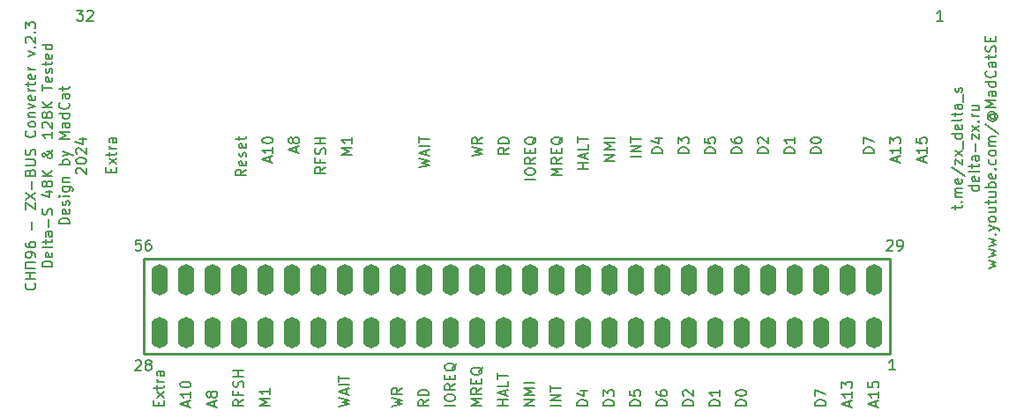
<source format=gbr>
%TF.GenerationSoftware,KiCad,Pcbnew,7.0.1*%
%TF.CreationDate,2024-02-04T01:39:41+03:00*%
%TF.ProjectId,DeltaS48k-convertor,44656c74-6153-4343-986b-2d636f6e7665,rev?*%
%TF.SameCoordinates,Original*%
%TF.FileFunction,Legend,Top*%
%TF.FilePolarity,Positive*%
%FSLAX46Y46*%
G04 Gerber Fmt 4.6, Leading zero omitted, Abs format (unit mm)*
G04 Created by KiCad (PCBNEW 7.0.1) date 2024-02-04 01:39:41*
%MOMM*%
%LPD*%
G01*
G04 APERTURE LIST*
%ADD10C,0.150000*%
%ADD11C,0.254000*%
%ADD12O,1.600000X3.000000*%
G04 APERTURE END LIST*
D10*
X90820904Y-58517619D02*
X90344714Y-58517619D01*
X90344714Y-58517619D02*
X90297095Y-58993809D01*
X90297095Y-58993809D02*
X90344714Y-58946190D01*
X90344714Y-58946190D02*
X90439952Y-58898571D01*
X90439952Y-58898571D02*
X90678047Y-58898571D01*
X90678047Y-58898571D02*
X90773285Y-58946190D01*
X90773285Y-58946190D02*
X90820904Y-58993809D01*
X90820904Y-58993809D02*
X90868523Y-59089047D01*
X90868523Y-59089047D02*
X90868523Y-59327142D01*
X90868523Y-59327142D02*
X90820904Y-59422380D01*
X90820904Y-59422380D02*
X90773285Y-59470000D01*
X90773285Y-59470000D02*
X90678047Y-59517619D01*
X90678047Y-59517619D02*
X90439952Y-59517619D01*
X90439952Y-59517619D02*
X90344714Y-59470000D01*
X90344714Y-59470000D02*
X90297095Y-59422380D01*
X91725666Y-58517619D02*
X91535190Y-58517619D01*
X91535190Y-58517619D02*
X91439952Y-58565238D01*
X91439952Y-58565238D02*
X91392333Y-58612857D01*
X91392333Y-58612857D02*
X91297095Y-58755714D01*
X91297095Y-58755714D02*
X91249476Y-58946190D01*
X91249476Y-58946190D02*
X91249476Y-59327142D01*
X91249476Y-59327142D02*
X91297095Y-59422380D01*
X91297095Y-59422380D02*
X91344714Y-59470000D01*
X91344714Y-59470000D02*
X91439952Y-59517619D01*
X91439952Y-59517619D02*
X91630428Y-59517619D01*
X91630428Y-59517619D02*
X91725666Y-59470000D01*
X91725666Y-59470000D02*
X91773285Y-59422380D01*
X91773285Y-59422380D02*
X91820904Y-59327142D01*
X91820904Y-59327142D02*
X91820904Y-59089047D01*
X91820904Y-59089047D02*
X91773285Y-58993809D01*
X91773285Y-58993809D02*
X91725666Y-58946190D01*
X91725666Y-58946190D02*
X91630428Y-58898571D01*
X91630428Y-58898571D02*
X91439952Y-58898571D01*
X91439952Y-58898571D02*
X91344714Y-58946190D01*
X91344714Y-58946190D02*
X91297095Y-58993809D01*
X91297095Y-58993809D02*
X91249476Y-59089047D01*
X133746639Y-51686495D02*
X132746639Y-51686495D01*
X133222829Y-51686495D02*
X133222829Y-51115067D01*
X133746639Y-51115067D02*
X132746639Y-51115067D01*
X133460924Y-50686495D02*
X133460924Y-50210305D01*
X133746639Y-50781733D02*
X132746639Y-50448400D01*
X132746639Y-50448400D02*
X133746639Y-50115067D01*
X133746639Y-49305543D02*
X133746639Y-49781733D01*
X133746639Y-49781733D02*
X132746639Y-49781733D01*
X132746639Y-49115066D02*
X132746639Y-48543638D01*
X133746639Y-48829352D02*
X132746639Y-48829352D01*
X103205619Y-74461475D02*
X102205619Y-74461475D01*
X102205619Y-74461475D02*
X102919904Y-74128142D01*
X102919904Y-74128142D02*
X102205619Y-73794809D01*
X102205619Y-73794809D02*
X103205619Y-73794809D01*
X103205619Y-72794809D02*
X103205619Y-73366237D01*
X103205619Y-73080523D02*
X102205619Y-73080523D01*
X102205619Y-73080523D02*
X102348476Y-73175761D01*
X102348476Y-73175761D02*
X102443714Y-73270999D01*
X102443714Y-73270999D02*
X102491333Y-73366237D01*
X126126639Y-49638877D02*
X125650448Y-49972210D01*
X126126639Y-50210305D02*
X125126639Y-50210305D01*
X125126639Y-50210305D02*
X125126639Y-49829353D01*
X125126639Y-49829353D02*
X125174258Y-49734115D01*
X125174258Y-49734115D02*
X125221877Y-49686496D01*
X125221877Y-49686496D02*
X125317115Y-49638877D01*
X125317115Y-49638877D02*
X125459972Y-49638877D01*
X125459972Y-49638877D02*
X125555210Y-49686496D01*
X125555210Y-49686496D02*
X125602829Y-49734115D01*
X125602829Y-49734115D02*
X125650448Y-49829353D01*
X125650448Y-49829353D02*
X125650448Y-50210305D01*
X126126639Y-49210305D02*
X125126639Y-49210305D01*
X125126639Y-49210305D02*
X125126639Y-48972210D01*
X125126639Y-48972210D02*
X125174258Y-48829353D01*
X125174258Y-48829353D02*
X125269496Y-48734115D01*
X125269496Y-48734115D02*
X125364734Y-48686496D01*
X125364734Y-48686496D02*
X125555210Y-48638877D01*
X125555210Y-48638877D02*
X125698067Y-48638877D01*
X125698067Y-48638877D02*
X125888543Y-48686496D01*
X125888543Y-48686496D02*
X125983781Y-48734115D01*
X125983781Y-48734115D02*
X126079020Y-48829353D01*
X126079020Y-48829353D02*
X126126639Y-48972210D01*
X126126639Y-48972210D02*
X126126639Y-49210305D01*
X161178639Y-50162686D02*
X160178639Y-50162686D01*
X160178639Y-50162686D02*
X160178639Y-49924591D01*
X160178639Y-49924591D02*
X160226258Y-49781734D01*
X160226258Y-49781734D02*
X160321496Y-49686496D01*
X160321496Y-49686496D02*
X160416734Y-49638877D01*
X160416734Y-49638877D02*
X160607210Y-49591258D01*
X160607210Y-49591258D02*
X160750067Y-49591258D01*
X160750067Y-49591258D02*
X160940543Y-49638877D01*
X160940543Y-49638877D02*
X161035781Y-49686496D01*
X161035781Y-49686496D02*
X161131020Y-49781734D01*
X161131020Y-49781734D02*
X161178639Y-49924591D01*
X161178639Y-49924591D02*
X161178639Y-50162686D01*
X160178639Y-49257924D02*
X160178639Y-48591258D01*
X160178639Y-48591258D02*
X161178639Y-49019829D01*
X136286639Y-50876972D02*
X135286639Y-50876972D01*
X135286639Y-50876972D02*
X136286639Y-50305544D01*
X136286639Y-50305544D02*
X135286639Y-50305544D01*
X136286639Y-49829353D02*
X135286639Y-49829353D01*
X135286639Y-49829353D02*
X136000924Y-49496020D01*
X136000924Y-49496020D02*
X135286639Y-49162687D01*
X135286639Y-49162687D02*
X136286639Y-49162687D01*
X136286639Y-48686496D02*
X135286639Y-48686496D01*
X161339904Y-74509094D02*
X161339904Y-74032904D01*
X161625619Y-74604332D02*
X160625619Y-74270999D01*
X160625619Y-74270999D02*
X161625619Y-73937666D01*
X161625619Y-73080523D02*
X161625619Y-73651951D01*
X161625619Y-73366237D02*
X160625619Y-73366237D01*
X160625619Y-73366237D02*
X160768476Y-73461475D01*
X160768476Y-73461475D02*
X160863714Y-73556713D01*
X160863714Y-73556713D02*
X160911333Y-73651951D01*
X160625619Y-72175761D02*
X160625619Y-72651951D01*
X160625619Y-72651951D02*
X161101809Y-72699570D01*
X161101809Y-72699570D02*
X161054190Y-72651951D01*
X161054190Y-72651951D02*
X161006571Y-72556713D01*
X161006571Y-72556713D02*
X161006571Y-72318618D01*
X161006571Y-72318618D02*
X161054190Y-72223380D01*
X161054190Y-72223380D02*
X161101809Y-72175761D01*
X161101809Y-72175761D02*
X161197047Y-72128142D01*
X161197047Y-72128142D02*
X161435142Y-72128142D01*
X161435142Y-72128142D02*
X161530380Y-72175761D01*
X161530380Y-72175761D02*
X161578000Y-72223380D01*
X161578000Y-72223380D02*
X161625619Y-72318618D01*
X161625619Y-72318618D02*
X161625619Y-72556713D01*
X161625619Y-72556713D02*
X161578000Y-72651951D01*
X161578000Y-72651951D02*
X161530380Y-72699570D01*
X131145619Y-74461475D02*
X130145619Y-74461475D01*
X131145619Y-73985285D02*
X130145619Y-73985285D01*
X130145619Y-73985285D02*
X131145619Y-73413857D01*
X131145619Y-73413857D02*
X130145619Y-73413857D01*
X130145619Y-73080523D02*
X130145619Y-72509095D01*
X131145619Y-72794809D02*
X130145619Y-72794809D01*
X151018639Y-50162686D02*
X150018639Y-50162686D01*
X150018639Y-50162686D02*
X150018639Y-49924591D01*
X150018639Y-49924591D02*
X150066258Y-49781734D01*
X150066258Y-49781734D02*
X150161496Y-49686496D01*
X150161496Y-49686496D02*
X150256734Y-49638877D01*
X150256734Y-49638877D02*
X150447210Y-49591258D01*
X150447210Y-49591258D02*
X150590067Y-49591258D01*
X150590067Y-49591258D02*
X150780543Y-49638877D01*
X150780543Y-49638877D02*
X150875781Y-49686496D01*
X150875781Y-49686496D02*
X150971020Y-49781734D01*
X150971020Y-49781734D02*
X151018639Y-49924591D01*
X151018639Y-49924591D02*
X151018639Y-50162686D01*
X150113877Y-49210305D02*
X150066258Y-49162686D01*
X150066258Y-49162686D02*
X150018639Y-49067448D01*
X150018639Y-49067448D02*
X150018639Y-48829353D01*
X150018639Y-48829353D02*
X150066258Y-48734115D01*
X150066258Y-48734115D02*
X150113877Y-48686496D01*
X150113877Y-48686496D02*
X150209115Y-48638877D01*
X150209115Y-48638877D02*
X150304353Y-48638877D01*
X150304353Y-48638877D02*
X150447210Y-48686496D01*
X150447210Y-48686496D02*
X151018639Y-49257924D01*
X151018639Y-49257924D02*
X151018639Y-48638877D01*
X143398639Y-50162686D02*
X142398639Y-50162686D01*
X142398639Y-50162686D02*
X142398639Y-49924591D01*
X142398639Y-49924591D02*
X142446258Y-49781734D01*
X142446258Y-49781734D02*
X142541496Y-49686496D01*
X142541496Y-49686496D02*
X142636734Y-49638877D01*
X142636734Y-49638877D02*
X142827210Y-49591258D01*
X142827210Y-49591258D02*
X142970067Y-49591258D01*
X142970067Y-49591258D02*
X143160543Y-49638877D01*
X143160543Y-49638877D02*
X143255781Y-49686496D01*
X143255781Y-49686496D02*
X143351020Y-49781734D01*
X143351020Y-49781734D02*
X143398639Y-49924591D01*
X143398639Y-49924591D02*
X143398639Y-50162686D01*
X142398639Y-49257924D02*
X142398639Y-48638877D01*
X142398639Y-48638877D02*
X142779591Y-48972210D01*
X142779591Y-48972210D02*
X142779591Y-48829353D01*
X142779591Y-48829353D02*
X142827210Y-48734115D01*
X142827210Y-48734115D02*
X142874829Y-48686496D01*
X142874829Y-48686496D02*
X142970067Y-48638877D01*
X142970067Y-48638877D02*
X143208162Y-48638877D01*
X143208162Y-48638877D02*
X143303400Y-48686496D01*
X143303400Y-48686496D02*
X143351020Y-48734115D01*
X143351020Y-48734115D02*
X143398639Y-48829353D01*
X143398639Y-48829353D02*
X143398639Y-49115067D01*
X143398639Y-49115067D02*
X143351020Y-49210305D01*
X143351020Y-49210305D02*
X143303400Y-49257924D01*
X122586639Y-50448400D02*
X123586639Y-50210305D01*
X123586639Y-50210305D02*
X122872353Y-50019829D01*
X122872353Y-50019829D02*
X123586639Y-49829353D01*
X123586639Y-49829353D02*
X122586639Y-49591258D01*
X123586639Y-48638877D02*
X123110448Y-48972210D01*
X123586639Y-49210305D02*
X122586639Y-49210305D01*
X122586639Y-49210305D02*
X122586639Y-48829353D01*
X122586639Y-48829353D02*
X122634258Y-48734115D01*
X122634258Y-48734115D02*
X122681877Y-48686496D01*
X122681877Y-48686496D02*
X122777115Y-48638877D01*
X122777115Y-48638877D02*
X122919972Y-48638877D01*
X122919972Y-48638877D02*
X123015210Y-48686496D01*
X123015210Y-48686496D02*
X123062829Y-48734115D01*
X123062829Y-48734115D02*
X123110448Y-48829353D01*
X123110448Y-48829353D02*
X123110448Y-49210305D01*
X153558639Y-50162686D02*
X152558639Y-50162686D01*
X152558639Y-50162686D02*
X152558639Y-49924591D01*
X152558639Y-49924591D02*
X152606258Y-49781734D01*
X152606258Y-49781734D02*
X152701496Y-49686496D01*
X152701496Y-49686496D02*
X152796734Y-49638877D01*
X152796734Y-49638877D02*
X152987210Y-49591258D01*
X152987210Y-49591258D02*
X153130067Y-49591258D01*
X153130067Y-49591258D02*
X153320543Y-49638877D01*
X153320543Y-49638877D02*
X153415781Y-49686496D01*
X153415781Y-49686496D02*
X153511020Y-49781734D01*
X153511020Y-49781734D02*
X153558639Y-49924591D01*
X153558639Y-49924591D02*
X153558639Y-50162686D01*
X153558639Y-48638877D02*
X153558639Y-49210305D01*
X153558639Y-48924591D02*
X152558639Y-48924591D01*
X152558639Y-48924591D02*
X152701496Y-49019829D01*
X152701496Y-49019829D02*
X152796734Y-49115067D01*
X152796734Y-49115067D02*
X152844353Y-49210305D01*
X109825619Y-74556713D02*
X110825619Y-74318618D01*
X110825619Y-74318618D02*
X110111333Y-74128142D01*
X110111333Y-74128142D02*
X110825619Y-73937666D01*
X110825619Y-73937666D02*
X109825619Y-73699571D01*
X110539904Y-73366237D02*
X110539904Y-72890047D01*
X110825619Y-73461475D02*
X109825619Y-73128142D01*
X109825619Y-73128142D02*
X110825619Y-72794809D01*
X110825619Y-72461475D02*
X109825619Y-72461475D01*
X109825619Y-72128142D02*
X109825619Y-71556714D01*
X110825619Y-71842428D02*
X109825619Y-71842428D01*
X87949809Y-52019829D02*
X87949809Y-51686496D01*
X88473619Y-51543639D02*
X88473619Y-52019829D01*
X88473619Y-52019829D02*
X87473619Y-52019829D01*
X87473619Y-52019829D02*
X87473619Y-51543639D01*
X88473619Y-51210305D02*
X87806952Y-50686496D01*
X87806952Y-51210305D02*
X88473619Y-50686496D01*
X87806952Y-50448400D02*
X87806952Y-50067448D01*
X87473619Y-50305543D02*
X88330761Y-50305543D01*
X88330761Y-50305543D02*
X88426000Y-50257924D01*
X88426000Y-50257924D02*
X88473619Y-50162686D01*
X88473619Y-50162686D02*
X88473619Y-50067448D01*
X88473619Y-49734114D02*
X87806952Y-49734114D01*
X87997428Y-49734114D02*
X87902190Y-49686495D01*
X87902190Y-49686495D02*
X87854571Y-49638876D01*
X87854571Y-49638876D02*
X87806952Y-49543638D01*
X87806952Y-49543638D02*
X87806952Y-49448400D01*
X88473619Y-48686495D02*
X87949809Y-48686495D01*
X87949809Y-48686495D02*
X87854571Y-48734114D01*
X87854571Y-48734114D02*
X87806952Y-48829352D01*
X87806952Y-48829352D02*
X87806952Y-49019828D01*
X87806952Y-49019828D02*
X87854571Y-49115066D01*
X88426000Y-48686495D02*
X88473619Y-48781733D01*
X88473619Y-48781733D02*
X88473619Y-49019828D01*
X88473619Y-49019828D02*
X88426000Y-49115066D01*
X88426000Y-49115066D02*
X88330761Y-49162685D01*
X88330761Y-49162685D02*
X88235523Y-49162685D01*
X88235523Y-49162685D02*
X88140285Y-49115066D01*
X88140285Y-49115066D02*
X88092666Y-49019828D01*
X88092666Y-49019828D02*
X88092666Y-48781733D01*
X88092666Y-48781733D02*
X88045047Y-48686495D01*
X90297095Y-70144457D02*
X90344714Y-70096838D01*
X90344714Y-70096838D02*
X90439952Y-70049219D01*
X90439952Y-70049219D02*
X90678047Y-70049219D01*
X90678047Y-70049219D02*
X90773285Y-70096838D01*
X90773285Y-70096838D02*
X90820904Y-70144457D01*
X90820904Y-70144457D02*
X90868523Y-70239695D01*
X90868523Y-70239695D02*
X90868523Y-70334933D01*
X90868523Y-70334933D02*
X90820904Y-70477790D01*
X90820904Y-70477790D02*
X90249476Y-71049219D01*
X90249476Y-71049219D02*
X90868523Y-71049219D01*
X91439952Y-70477790D02*
X91344714Y-70430171D01*
X91344714Y-70430171D02*
X91297095Y-70382552D01*
X91297095Y-70382552D02*
X91249476Y-70287314D01*
X91249476Y-70287314D02*
X91249476Y-70239695D01*
X91249476Y-70239695D02*
X91297095Y-70144457D01*
X91297095Y-70144457D02*
X91344714Y-70096838D01*
X91344714Y-70096838D02*
X91439952Y-70049219D01*
X91439952Y-70049219D02*
X91630428Y-70049219D01*
X91630428Y-70049219D02*
X91725666Y-70096838D01*
X91725666Y-70096838D02*
X91773285Y-70144457D01*
X91773285Y-70144457D02*
X91820904Y-70239695D01*
X91820904Y-70239695D02*
X91820904Y-70287314D01*
X91820904Y-70287314D02*
X91773285Y-70382552D01*
X91773285Y-70382552D02*
X91725666Y-70430171D01*
X91725666Y-70430171D02*
X91630428Y-70477790D01*
X91630428Y-70477790D02*
X91439952Y-70477790D01*
X91439952Y-70477790D02*
X91344714Y-70525409D01*
X91344714Y-70525409D02*
X91297095Y-70573028D01*
X91297095Y-70573028D02*
X91249476Y-70668266D01*
X91249476Y-70668266D02*
X91249476Y-70858742D01*
X91249476Y-70858742D02*
X91297095Y-70953980D01*
X91297095Y-70953980D02*
X91344714Y-71001600D01*
X91344714Y-71001600D02*
X91439952Y-71049219D01*
X91439952Y-71049219D02*
X91630428Y-71049219D01*
X91630428Y-71049219D02*
X91725666Y-71001600D01*
X91725666Y-71001600D02*
X91773285Y-70953980D01*
X91773285Y-70953980D02*
X91820904Y-70858742D01*
X91820904Y-70858742D02*
X91820904Y-70668266D01*
X91820904Y-70668266D02*
X91773285Y-70573028D01*
X91773285Y-70573028D02*
X91725666Y-70525409D01*
X91725666Y-70525409D02*
X91630428Y-70477790D01*
X128666639Y-52686495D02*
X127666639Y-52686495D01*
X127666639Y-52019829D02*
X127666639Y-51829353D01*
X127666639Y-51829353D02*
X127714258Y-51734115D01*
X127714258Y-51734115D02*
X127809496Y-51638877D01*
X127809496Y-51638877D02*
X127999972Y-51591258D01*
X127999972Y-51591258D02*
X128333305Y-51591258D01*
X128333305Y-51591258D02*
X128523781Y-51638877D01*
X128523781Y-51638877D02*
X128619020Y-51734115D01*
X128619020Y-51734115D02*
X128666639Y-51829353D01*
X128666639Y-51829353D02*
X128666639Y-52019829D01*
X128666639Y-52019829D02*
X128619020Y-52115067D01*
X128619020Y-52115067D02*
X128523781Y-52210305D01*
X128523781Y-52210305D02*
X128333305Y-52257924D01*
X128333305Y-52257924D02*
X127999972Y-52257924D01*
X127999972Y-52257924D02*
X127809496Y-52210305D01*
X127809496Y-52210305D02*
X127714258Y-52115067D01*
X127714258Y-52115067D02*
X127666639Y-52019829D01*
X128666639Y-50591258D02*
X128190448Y-50924591D01*
X128666639Y-51162686D02*
X127666639Y-51162686D01*
X127666639Y-51162686D02*
X127666639Y-50781734D01*
X127666639Y-50781734D02*
X127714258Y-50686496D01*
X127714258Y-50686496D02*
X127761877Y-50638877D01*
X127761877Y-50638877D02*
X127857115Y-50591258D01*
X127857115Y-50591258D02*
X127999972Y-50591258D01*
X127999972Y-50591258D02*
X128095210Y-50638877D01*
X128095210Y-50638877D02*
X128142829Y-50686496D01*
X128142829Y-50686496D02*
X128190448Y-50781734D01*
X128190448Y-50781734D02*
X128190448Y-51162686D01*
X128142829Y-50162686D02*
X128142829Y-49829353D01*
X128666639Y-49686496D02*
X128666639Y-50162686D01*
X128666639Y-50162686D02*
X127666639Y-50162686D01*
X127666639Y-50162686D02*
X127666639Y-49686496D01*
X128761877Y-48591258D02*
X128714258Y-48686496D01*
X128714258Y-48686496D02*
X128619020Y-48781734D01*
X128619020Y-48781734D02*
X128476162Y-48924591D01*
X128476162Y-48924591D02*
X128428543Y-49019829D01*
X128428543Y-49019829D02*
X128428543Y-49115067D01*
X128666639Y-49067448D02*
X128619020Y-49162686D01*
X128619020Y-49162686D02*
X128523781Y-49257924D01*
X128523781Y-49257924D02*
X128333305Y-49305543D01*
X128333305Y-49305543D02*
X127999972Y-49305543D01*
X127999972Y-49305543D02*
X127809496Y-49257924D01*
X127809496Y-49257924D02*
X127714258Y-49162686D01*
X127714258Y-49162686D02*
X127666639Y-49067448D01*
X127666639Y-49067448D02*
X127666639Y-48876972D01*
X127666639Y-48876972D02*
X127714258Y-48781734D01*
X127714258Y-48781734D02*
X127809496Y-48686496D01*
X127809496Y-48686496D02*
X127999972Y-48638877D01*
X127999972Y-48638877D02*
X128333305Y-48638877D01*
X128333305Y-48638877D02*
X128523781Y-48686496D01*
X128523781Y-48686496D02*
X128619020Y-48781734D01*
X128619020Y-48781734D02*
X128666639Y-48876972D01*
X128666639Y-48876972D02*
X128666639Y-49067448D01*
X140858639Y-50162686D02*
X139858639Y-50162686D01*
X139858639Y-50162686D02*
X139858639Y-49924591D01*
X139858639Y-49924591D02*
X139906258Y-49781734D01*
X139906258Y-49781734D02*
X140001496Y-49686496D01*
X140001496Y-49686496D02*
X140096734Y-49638877D01*
X140096734Y-49638877D02*
X140287210Y-49591258D01*
X140287210Y-49591258D02*
X140430067Y-49591258D01*
X140430067Y-49591258D02*
X140620543Y-49638877D01*
X140620543Y-49638877D02*
X140715781Y-49686496D01*
X140715781Y-49686496D02*
X140811020Y-49781734D01*
X140811020Y-49781734D02*
X140858639Y-49924591D01*
X140858639Y-49924591D02*
X140858639Y-50162686D01*
X140191972Y-48734115D02*
X140858639Y-48734115D01*
X139811020Y-48972210D02*
X140525305Y-49210305D01*
X140525305Y-49210305D02*
X140525305Y-48591258D01*
X143845619Y-74461475D02*
X142845619Y-74461475D01*
X142845619Y-74461475D02*
X142845619Y-74223380D01*
X142845619Y-74223380D02*
X142893238Y-74080523D01*
X142893238Y-74080523D02*
X142988476Y-73985285D01*
X142988476Y-73985285D02*
X143083714Y-73937666D01*
X143083714Y-73937666D02*
X143274190Y-73890047D01*
X143274190Y-73890047D02*
X143417047Y-73890047D01*
X143417047Y-73890047D02*
X143607523Y-73937666D01*
X143607523Y-73937666D02*
X143702761Y-73985285D01*
X143702761Y-73985285D02*
X143798000Y-74080523D01*
X143798000Y-74080523D02*
X143845619Y-74223380D01*
X143845619Y-74223380D02*
X143845619Y-74461475D01*
X142940857Y-73509094D02*
X142893238Y-73461475D01*
X142893238Y-73461475D02*
X142845619Y-73366237D01*
X142845619Y-73366237D02*
X142845619Y-73128142D01*
X142845619Y-73128142D02*
X142893238Y-73032904D01*
X142893238Y-73032904D02*
X142940857Y-72985285D01*
X142940857Y-72985285D02*
X143036095Y-72937666D01*
X143036095Y-72937666D02*
X143131333Y-72937666D01*
X143131333Y-72937666D02*
X143274190Y-72985285D01*
X143274190Y-72985285D02*
X143845619Y-73556713D01*
X143845619Y-73556713D02*
X143845619Y-72937666D01*
X120985619Y-74461475D02*
X119985619Y-74461475D01*
X119985619Y-73794809D02*
X119985619Y-73604333D01*
X119985619Y-73604333D02*
X120033238Y-73509095D01*
X120033238Y-73509095D02*
X120128476Y-73413857D01*
X120128476Y-73413857D02*
X120318952Y-73366238D01*
X120318952Y-73366238D02*
X120652285Y-73366238D01*
X120652285Y-73366238D02*
X120842761Y-73413857D01*
X120842761Y-73413857D02*
X120938000Y-73509095D01*
X120938000Y-73509095D02*
X120985619Y-73604333D01*
X120985619Y-73604333D02*
X120985619Y-73794809D01*
X120985619Y-73794809D02*
X120938000Y-73890047D01*
X120938000Y-73890047D02*
X120842761Y-73985285D01*
X120842761Y-73985285D02*
X120652285Y-74032904D01*
X120652285Y-74032904D02*
X120318952Y-74032904D01*
X120318952Y-74032904D02*
X120128476Y-73985285D01*
X120128476Y-73985285D02*
X120033238Y-73890047D01*
X120033238Y-73890047D02*
X119985619Y-73794809D01*
X120985619Y-72366238D02*
X120509428Y-72699571D01*
X120985619Y-72937666D02*
X119985619Y-72937666D01*
X119985619Y-72937666D02*
X119985619Y-72556714D01*
X119985619Y-72556714D02*
X120033238Y-72461476D01*
X120033238Y-72461476D02*
X120080857Y-72413857D01*
X120080857Y-72413857D02*
X120176095Y-72366238D01*
X120176095Y-72366238D02*
X120318952Y-72366238D01*
X120318952Y-72366238D02*
X120414190Y-72413857D01*
X120414190Y-72413857D02*
X120461809Y-72461476D01*
X120461809Y-72461476D02*
X120509428Y-72556714D01*
X120509428Y-72556714D02*
X120509428Y-72937666D01*
X120461809Y-71937666D02*
X120461809Y-71604333D01*
X120985619Y-71461476D02*
X120985619Y-71937666D01*
X120985619Y-71937666D02*
X119985619Y-71937666D01*
X119985619Y-71937666D02*
X119985619Y-71461476D01*
X121080857Y-70366238D02*
X121033238Y-70461476D01*
X121033238Y-70461476D02*
X120938000Y-70556714D01*
X120938000Y-70556714D02*
X120795142Y-70699571D01*
X120795142Y-70699571D02*
X120747523Y-70794809D01*
X120747523Y-70794809D02*
X120747523Y-70890047D01*
X120985619Y-70842428D02*
X120938000Y-70937666D01*
X120938000Y-70937666D02*
X120842761Y-71032904D01*
X120842761Y-71032904D02*
X120652285Y-71080523D01*
X120652285Y-71080523D02*
X120318952Y-71080523D01*
X120318952Y-71080523D02*
X120128476Y-71032904D01*
X120128476Y-71032904D02*
X120033238Y-70937666D01*
X120033238Y-70937666D02*
X119985619Y-70842428D01*
X119985619Y-70842428D02*
X119985619Y-70651952D01*
X119985619Y-70651952D02*
X120033238Y-70556714D01*
X120033238Y-70556714D02*
X120128476Y-70461476D01*
X120128476Y-70461476D02*
X120318952Y-70413857D01*
X120318952Y-70413857D02*
X120652285Y-70413857D01*
X120652285Y-70413857D02*
X120842761Y-70461476D01*
X120842761Y-70461476D02*
X120938000Y-70556714D01*
X120938000Y-70556714D02*
X120985619Y-70651952D01*
X120985619Y-70651952D02*
X120985619Y-70842428D01*
X100919619Y-51734115D02*
X100443428Y-52067448D01*
X100919619Y-52305543D02*
X99919619Y-52305543D01*
X99919619Y-52305543D02*
X99919619Y-51924591D01*
X99919619Y-51924591D02*
X99967238Y-51829353D01*
X99967238Y-51829353D02*
X100014857Y-51781734D01*
X100014857Y-51781734D02*
X100110095Y-51734115D01*
X100110095Y-51734115D02*
X100252952Y-51734115D01*
X100252952Y-51734115D02*
X100348190Y-51781734D01*
X100348190Y-51781734D02*
X100395809Y-51829353D01*
X100395809Y-51829353D02*
X100443428Y-51924591D01*
X100443428Y-51924591D02*
X100443428Y-52305543D01*
X100872000Y-50924591D02*
X100919619Y-51019829D01*
X100919619Y-51019829D02*
X100919619Y-51210305D01*
X100919619Y-51210305D02*
X100872000Y-51305543D01*
X100872000Y-51305543D02*
X100776761Y-51353162D01*
X100776761Y-51353162D02*
X100395809Y-51353162D01*
X100395809Y-51353162D02*
X100300571Y-51305543D01*
X100300571Y-51305543D02*
X100252952Y-51210305D01*
X100252952Y-51210305D02*
X100252952Y-51019829D01*
X100252952Y-51019829D02*
X100300571Y-50924591D01*
X100300571Y-50924591D02*
X100395809Y-50876972D01*
X100395809Y-50876972D02*
X100491047Y-50876972D01*
X100491047Y-50876972D02*
X100586285Y-51353162D01*
X100872000Y-50496019D02*
X100919619Y-50400781D01*
X100919619Y-50400781D02*
X100919619Y-50210305D01*
X100919619Y-50210305D02*
X100872000Y-50115067D01*
X100872000Y-50115067D02*
X100776761Y-50067448D01*
X100776761Y-50067448D02*
X100729142Y-50067448D01*
X100729142Y-50067448D02*
X100633904Y-50115067D01*
X100633904Y-50115067D02*
X100586285Y-50210305D01*
X100586285Y-50210305D02*
X100586285Y-50353162D01*
X100586285Y-50353162D02*
X100538666Y-50448400D01*
X100538666Y-50448400D02*
X100443428Y-50496019D01*
X100443428Y-50496019D02*
X100395809Y-50496019D01*
X100395809Y-50496019D02*
X100300571Y-50448400D01*
X100300571Y-50448400D02*
X100252952Y-50353162D01*
X100252952Y-50353162D02*
X100252952Y-50210305D01*
X100252952Y-50210305D02*
X100300571Y-50115067D01*
X100872000Y-49257924D02*
X100919619Y-49353162D01*
X100919619Y-49353162D02*
X100919619Y-49543638D01*
X100919619Y-49543638D02*
X100872000Y-49638876D01*
X100872000Y-49638876D02*
X100776761Y-49686495D01*
X100776761Y-49686495D02*
X100395809Y-49686495D01*
X100395809Y-49686495D02*
X100300571Y-49638876D01*
X100300571Y-49638876D02*
X100252952Y-49543638D01*
X100252952Y-49543638D02*
X100252952Y-49353162D01*
X100252952Y-49353162D02*
X100300571Y-49257924D01*
X100300571Y-49257924D02*
X100395809Y-49210305D01*
X100395809Y-49210305D02*
X100491047Y-49210305D01*
X100491047Y-49210305D02*
X100586285Y-49686495D01*
X100252952Y-48924590D02*
X100252952Y-48543638D01*
X99919619Y-48781733D02*
X100776761Y-48781733D01*
X100776761Y-48781733D02*
X100872000Y-48734114D01*
X100872000Y-48734114D02*
X100919619Y-48638876D01*
X100919619Y-48638876D02*
X100919619Y-48543638D01*
X158799904Y-74509094D02*
X158799904Y-74032904D01*
X159085619Y-74604332D02*
X158085619Y-74270999D01*
X158085619Y-74270999D02*
X159085619Y-73937666D01*
X159085619Y-73080523D02*
X159085619Y-73651951D01*
X159085619Y-73366237D02*
X158085619Y-73366237D01*
X158085619Y-73366237D02*
X158228476Y-73461475D01*
X158228476Y-73461475D02*
X158323714Y-73556713D01*
X158323714Y-73556713D02*
X158371333Y-73651951D01*
X158085619Y-72747189D02*
X158085619Y-72128142D01*
X158085619Y-72128142D02*
X158466571Y-72461475D01*
X158466571Y-72461475D02*
X158466571Y-72318618D01*
X158466571Y-72318618D02*
X158514190Y-72223380D01*
X158514190Y-72223380D02*
X158561809Y-72175761D01*
X158561809Y-72175761D02*
X158657047Y-72128142D01*
X158657047Y-72128142D02*
X158895142Y-72128142D01*
X158895142Y-72128142D02*
X158990380Y-72175761D01*
X158990380Y-72175761D02*
X159038000Y-72223380D01*
X159038000Y-72223380D02*
X159085619Y-72318618D01*
X159085619Y-72318618D02*
X159085619Y-72604332D01*
X159085619Y-72604332D02*
X159038000Y-72699570D01*
X159038000Y-72699570D02*
X158990380Y-72747189D01*
X114905619Y-74556713D02*
X115905619Y-74318618D01*
X115905619Y-74318618D02*
X115191333Y-74128142D01*
X115191333Y-74128142D02*
X115905619Y-73937666D01*
X115905619Y-73937666D02*
X114905619Y-73699571D01*
X115905619Y-72747190D02*
X115429428Y-73080523D01*
X115905619Y-73318618D02*
X114905619Y-73318618D01*
X114905619Y-73318618D02*
X114905619Y-72937666D01*
X114905619Y-72937666D02*
X114953238Y-72842428D01*
X114953238Y-72842428D02*
X115000857Y-72794809D01*
X115000857Y-72794809D02*
X115096095Y-72747190D01*
X115096095Y-72747190D02*
X115238952Y-72747190D01*
X115238952Y-72747190D02*
X115334190Y-72794809D01*
X115334190Y-72794809D02*
X115381809Y-72842428D01*
X115381809Y-72842428D02*
X115429428Y-72937666D01*
X115429428Y-72937666D02*
X115429428Y-73318618D01*
X111079619Y-50305543D02*
X110079619Y-50305543D01*
X110079619Y-50305543D02*
X110793904Y-49972210D01*
X110793904Y-49972210D02*
X110079619Y-49638877D01*
X110079619Y-49638877D02*
X111079619Y-49638877D01*
X111079619Y-48638877D02*
X111079619Y-49210305D01*
X111079619Y-48924591D02*
X110079619Y-48924591D01*
X110079619Y-48924591D02*
X110222476Y-49019829D01*
X110222476Y-49019829D02*
X110317714Y-49115067D01*
X110317714Y-49115067D02*
X110365333Y-49210305D01*
X162433095Y-58612857D02*
X162480714Y-58565238D01*
X162480714Y-58565238D02*
X162575952Y-58517619D01*
X162575952Y-58517619D02*
X162814047Y-58517619D01*
X162814047Y-58517619D02*
X162909285Y-58565238D01*
X162909285Y-58565238D02*
X162956904Y-58612857D01*
X162956904Y-58612857D02*
X163004523Y-58708095D01*
X163004523Y-58708095D02*
X163004523Y-58803333D01*
X163004523Y-58803333D02*
X162956904Y-58946190D01*
X162956904Y-58946190D02*
X162385476Y-59517619D01*
X162385476Y-59517619D02*
X163004523Y-59517619D01*
X163480714Y-59517619D02*
X163671190Y-59517619D01*
X163671190Y-59517619D02*
X163766428Y-59470000D01*
X163766428Y-59470000D02*
X163814047Y-59422380D01*
X163814047Y-59422380D02*
X163909285Y-59279523D01*
X163909285Y-59279523D02*
X163956904Y-59089047D01*
X163956904Y-59089047D02*
X163956904Y-58708095D01*
X163956904Y-58708095D02*
X163909285Y-58612857D01*
X163909285Y-58612857D02*
X163861666Y-58565238D01*
X163861666Y-58565238D02*
X163766428Y-58517619D01*
X163766428Y-58517619D02*
X163575952Y-58517619D01*
X163575952Y-58517619D02*
X163480714Y-58565238D01*
X163480714Y-58565238D02*
X163433095Y-58612857D01*
X163433095Y-58612857D02*
X163385476Y-58708095D01*
X163385476Y-58708095D02*
X163385476Y-58946190D01*
X163385476Y-58946190D02*
X163433095Y-59041428D01*
X163433095Y-59041428D02*
X163480714Y-59089047D01*
X163480714Y-59089047D02*
X163575952Y-59136666D01*
X163575952Y-59136666D02*
X163766428Y-59136666D01*
X163766428Y-59136666D02*
X163861666Y-59089047D01*
X163861666Y-59089047D02*
X163909285Y-59041428D01*
X163909285Y-59041428D02*
X163956904Y-58946190D01*
X80614380Y-62680905D02*
X80662000Y-62728524D01*
X80662000Y-62728524D02*
X80709619Y-62871381D01*
X80709619Y-62871381D02*
X80709619Y-62966619D01*
X80709619Y-62966619D02*
X80662000Y-63109476D01*
X80662000Y-63109476D02*
X80566761Y-63204714D01*
X80566761Y-63204714D02*
X80471523Y-63252333D01*
X80471523Y-63252333D02*
X80281047Y-63299952D01*
X80281047Y-63299952D02*
X80138190Y-63299952D01*
X80138190Y-63299952D02*
X79947714Y-63252333D01*
X79947714Y-63252333D02*
X79852476Y-63204714D01*
X79852476Y-63204714D02*
X79757238Y-63109476D01*
X79757238Y-63109476D02*
X79709619Y-62966619D01*
X79709619Y-62966619D02*
X79709619Y-62871381D01*
X79709619Y-62871381D02*
X79757238Y-62728524D01*
X79757238Y-62728524D02*
X79804857Y-62680905D01*
X80709619Y-62252333D02*
X79709619Y-62252333D01*
X80185809Y-62252333D02*
X80185809Y-61680905D01*
X80709619Y-61680905D02*
X79709619Y-61680905D01*
X80709619Y-61204714D02*
X79709619Y-61204714D01*
X79709619Y-61204714D02*
X79709619Y-60633286D01*
X79709619Y-60633286D02*
X80709619Y-60633286D01*
X80709619Y-60109476D02*
X80709619Y-59919000D01*
X80709619Y-59919000D02*
X80662000Y-59823762D01*
X80662000Y-59823762D02*
X80614380Y-59776143D01*
X80614380Y-59776143D02*
X80471523Y-59680905D01*
X80471523Y-59680905D02*
X80281047Y-59633286D01*
X80281047Y-59633286D02*
X79900095Y-59633286D01*
X79900095Y-59633286D02*
X79804857Y-59680905D01*
X79804857Y-59680905D02*
X79757238Y-59728524D01*
X79757238Y-59728524D02*
X79709619Y-59823762D01*
X79709619Y-59823762D02*
X79709619Y-60014238D01*
X79709619Y-60014238D02*
X79757238Y-60109476D01*
X79757238Y-60109476D02*
X79804857Y-60157095D01*
X79804857Y-60157095D02*
X79900095Y-60204714D01*
X79900095Y-60204714D02*
X80138190Y-60204714D01*
X80138190Y-60204714D02*
X80233428Y-60157095D01*
X80233428Y-60157095D02*
X80281047Y-60109476D01*
X80281047Y-60109476D02*
X80328666Y-60014238D01*
X80328666Y-60014238D02*
X80328666Y-59823762D01*
X80328666Y-59823762D02*
X80281047Y-59728524D01*
X80281047Y-59728524D02*
X80233428Y-59680905D01*
X80233428Y-59680905D02*
X80138190Y-59633286D01*
X79709619Y-58776143D02*
X79709619Y-58966619D01*
X79709619Y-58966619D02*
X79757238Y-59061857D01*
X79757238Y-59061857D02*
X79804857Y-59109476D01*
X79804857Y-59109476D02*
X79947714Y-59204714D01*
X79947714Y-59204714D02*
X80138190Y-59252333D01*
X80138190Y-59252333D02*
X80519142Y-59252333D01*
X80519142Y-59252333D02*
X80614380Y-59204714D01*
X80614380Y-59204714D02*
X80662000Y-59157095D01*
X80662000Y-59157095D02*
X80709619Y-59061857D01*
X80709619Y-59061857D02*
X80709619Y-58871381D01*
X80709619Y-58871381D02*
X80662000Y-58776143D01*
X80662000Y-58776143D02*
X80614380Y-58728524D01*
X80614380Y-58728524D02*
X80519142Y-58680905D01*
X80519142Y-58680905D02*
X80281047Y-58680905D01*
X80281047Y-58680905D02*
X80185809Y-58728524D01*
X80185809Y-58728524D02*
X80138190Y-58776143D01*
X80138190Y-58776143D02*
X80090571Y-58871381D01*
X80090571Y-58871381D02*
X80090571Y-59061857D01*
X80090571Y-59061857D02*
X80138190Y-59157095D01*
X80138190Y-59157095D02*
X80185809Y-59204714D01*
X80185809Y-59204714D02*
X80281047Y-59252333D01*
X80328666Y-57490428D02*
X80328666Y-56728524D01*
X79709619Y-55585666D02*
X79709619Y-54919000D01*
X79709619Y-54919000D02*
X80709619Y-55585666D01*
X80709619Y-55585666D02*
X80709619Y-54919000D01*
X79709619Y-54633285D02*
X80709619Y-53966619D01*
X79709619Y-53966619D02*
X80709619Y-54633285D01*
X80328666Y-53585666D02*
X80328666Y-52823762D01*
X80185809Y-52014238D02*
X80233428Y-51871381D01*
X80233428Y-51871381D02*
X80281047Y-51823762D01*
X80281047Y-51823762D02*
X80376285Y-51776143D01*
X80376285Y-51776143D02*
X80519142Y-51776143D01*
X80519142Y-51776143D02*
X80614380Y-51823762D01*
X80614380Y-51823762D02*
X80662000Y-51871381D01*
X80662000Y-51871381D02*
X80709619Y-51966619D01*
X80709619Y-51966619D02*
X80709619Y-52347571D01*
X80709619Y-52347571D02*
X79709619Y-52347571D01*
X79709619Y-52347571D02*
X79709619Y-52014238D01*
X79709619Y-52014238D02*
X79757238Y-51919000D01*
X79757238Y-51919000D02*
X79804857Y-51871381D01*
X79804857Y-51871381D02*
X79900095Y-51823762D01*
X79900095Y-51823762D02*
X79995333Y-51823762D01*
X79995333Y-51823762D02*
X80090571Y-51871381D01*
X80090571Y-51871381D02*
X80138190Y-51919000D01*
X80138190Y-51919000D02*
X80185809Y-52014238D01*
X80185809Y-52014238D02*
X80185809Y-52347571D01*
X79709619Y-51347571D02*
X80519142Y-51347571D01*
X80519142Y-51347571D02*
X80614380Y-51299952D01*
X80614380Y-51299952D02*
X80662000Y-51252333D01*
X80662000Y-51252333D02*
X80709619Y-51157095D01*
X80709619Y-51157095D02*
X80709619Y-50966619D01*
X80709619Y-50966619D02*
X80662000Y-50871381D01*
X80662000Y-50871381D02*
X80614380Y-50823762D01*
X80614380Y-50823762D02*
X80519142Y-50776143D01*
X80519142Y-50776143D02*
X79709619Y-50776143D01*
X80662000Y-50347571D02*
X80709619Y-50204714D01*
X80709619Y-50204714D02*
X80709619Y-49966619D01*
X80709619Y-49966619D02*
X80662000Y-49871381D01*
X80662000Y-49871381D02*
X80614380Y-49823762D01*
X80614380Y-49823762D02*
X80519142Y-49776143D01*
X80519142Y-49776143D02*
X80423904Y-49776143D01*
X80423904Y-49776143D02*
X80328666Y-49823762D01*
X80328666Y-49823762D02*
X80281047Y-49871381D01*
X80281047Y-49871381D02*
X80233428Y-49966619D01*
X80233428Y-49966619D02*
X80185809Y-50157095D01*
X80185809Y-50157095D02*
X80138190Y-50252333D01*
X80138190Y-50252333D02*
X80090571Y-50299952D01*
X80090571Y-50299952D02*
X79995333Y-50347571D01*
X79995333Y-50347571D02*
X79900095Y-50347571D01*
X79900095Y-50347571D02*
X79804857Y-50299952D01*
X79804857Y-50299952D02*
X79757238Y-50252333D01*
X79757238Y-50252333D02*
X79709619Y-50157095D01*
X79709619Y-50157095D02*
X79709619Y-49919000D01*
X79709619Y-49919000D02*
X79757238Y-49776143D01*
X80614380Y-48014238D02*
X80662000Y-48061857D01*
X80662000Y-48061857D02*
X80709619Y-48204714D01*
X80709619Y-48204714D02*
X80709619Y-48299952D01*
X80709619Y-48299952D02*
X80662000Y-48442809D01*
X80662000Y-48442809D02*
X80566761Y-48538047D01*
X80566761Y-48538047D02*
X80471523Y-48585666D01*
X80471523Y-48585666D02*
X80281047Y-48633285D01*
X80281047Y-48633285D02*
X80138190Y-48633285D01*
X80138190Y-48633285D02*
X79947714Y-48585666D01*
X79947714Y-48585666D02*
X79852476Y-48538047D01*
X79852476Y-48538047D02*
X79757238Y-48442809D01*
X79757238Y-48442809D02*
X79709619Y-48299952D01*
X79709619Y-48299952D02*
X79709619Y-48204714D01*
X79709619Y-48204714D02*
X79757238Y-48061857D01*
X79757238Y-48061857D02*
X79804857Y-48014238D01*
X80709619Y-47442809D02*
X80662000Y-47538047D01*
X80662000Y-47538047D02*
X80614380Y-47585666D01*
X80614380Y-47585666D02*
X80519142Y-47633285D01*
X80519142Y-47633285D02*
X80233428Y-47633285D01*
X80233428Y-47633285D02*
X80138190Y-47585666D01*
X80138190Y-47585666D02*
X80090571Y-47538047D01*
X80090571Y-47538047D02*
X80042952Y-47442809D01*
X80042952Y-47442809D02*
X80042952Y-47299952D01*
X80042952Y-47299952D02*
X80090571Y-47204714D01*
X80090571Y-47204714D02*
X80138190Y-47157095D01*
X80138190Y-47157095D02*
X80233428Y-47109476D01*
X80233428Y-47109476D02*
X80519142Y-47109476D01*
X80519142Y-47109476D02*
X80614380Y-47157095D01*
X80614380Y-47157095D02*
X80662000Y-47204714D01*
X80662000Y-47204714D02*
X80709619Y-47299952D01*
X80709619Y-47299952D02*
X80709619Y-47442809D01*
X80042952Y-46680904D02*
X80709619Y-46680904D01*
X80138190Y-46680904D02*
X80090571Y-46633285D01*
X80090571Y-46633285D02*
X80042952Y-46538047D01*
X80042952Y-46538047D02*
X80042952Y-46395190D01*
X80042952Y-46395190D02*
X80090571Y-46299952D01*
X80090571Y-46299952D02*
X80185809Y-46252333D01*
X80185809Y-46252333D02*
X80709619Y-46252333D01*
X80042952Y-45871380D02*
X80709619Y-45633285D01*
X80709619Y-45633285D02*
X80042952Y-45395190D01*
X80662000Y-44633285D02*
X80709619Y-44728523D01*
X80709619Y-44728523D02*
X80709619Y-44918999D01*
X80709619Y-44918999D02*
X80662000Y-45014237D01*
X80662000Y-45014237D02*
X80566761Y-45061856D01*
X80566761Y-45061856D02*
X80185809Y-45061856D01*
X80185809Y-45061856D02*
X80090571Y-45014237D01*
X80090571Y-45014237D02*
X80042952Y-44918999D01*
X80042952Y-44918999D02*
X80042952Y-44728523D01*
X80042952Y-44728523D02*
X80090571Y-44633285D01*
X80090571Y-44633285D02*
X80185809Y-44585666D01*
X80185809Y-44585666D02*
X80281047Y-44585666D01*
X80281047Y-44585666D02*
X80376285Y-45061856D01*
X80709619Y-44157094D02*
X80042952Y-44157094D01*
X80233428Y-44157094D02*
X80138190Y-44109475D01*
X80138190Y-44109475D02*
X80090571Y-44061856D01*
X80090571Y-44061856D02*
X80042952Y-43966618D01*
X80042952Y-43966618D02*
X80042952Y-43871380D01*
X80042952Y-43680903D02*
X80042952Y-43299951D01*
X79709619Y-43538046D02*
X80566761Y-43538046D01*
X80566761Y-43538046D02*
X80662000Y-43490427D01*
X80662000Y-43490427D02*
X80709619Y-43395189D01*
X80709619Y-43395189D02*
X80709619Y-43299951D01*
X80662000Y-42585665D02*
X80709619Y-42680903D01*
X80709619Y-42680903D02*
X80709619Y-42871379D01*
X80709619Y-42871379D02*
X80662000Y-42966617D01*
X80662000Y-42966617D02*
X80566761Y-43014236D01*
X80566761Y-43014236D02*
X80185809Y-43014236D01*
X80185809Y-43014236D02*
X80090571Y-42966617D01*
X80090571Y-42966617D02*
X80042952Y-42871379D01*
X80042952Y-42871379D02*
X80042952Y-42680903D01*
X80042952Y-42680903D02*
X80090571Y-42585665D01*
X80090571Y-42585665D02*
X80185809Y-42538046D01*
X80185809Y-42538046D02*
X80281047Y-42538046D01*
X80281047Y-42538046D02*
X80376285Y-43014236D01*
X80709619Y-42109474D02*
X80042952Y-42109474D01*
X80233428Y-42109474D02*
X80138190Y-42061855D01*
X80138190Y-42061855D02*
X80090571Y-42014236D01*
X80090571Y-42014236D02*
X80042952Y-41918998D01*
X80042952Y-41918998D02*
X80042952Y-41823760D01*
X80042952Y-40823759D02*
X80709619Y-40585664D01*
X80709619Y-40585664D02*
X80042952Y-40347569D01*
X80614380Y-39966616D02*
X80662000Y-39918997D01*
X80662000Y-39918997D02*
X80709619Y-39966616D01*
X80709619Y-39966616D02*
X80662000Y-40014235D01*
X80662000Y-40014235D02*
X80614380Y-39966616D01*
X80614380Y-39966616D02*
X80709619Y-39966616D01*
X79804857Y-39538045D02*
X79757238Y-39490426D01*
X79757238Y-39490426D02*
X79709619Y-39395188D01*
X79709619Y-39395188D02*
X79709619Y-39157093D01*
X79709619Y-39157093D02*
X79757238Y-39061855D01*
X79757238Y-39061855D02*
X79804857Y-39014236D01*
X79804857Y-39014236D02*
X79900095Y-38966617D01*
X79900095Y-38966617D02*
X79995333Y-38966617D01*
X79995333Y-38966617D02*
X80138190Y-39014236D01*
X80138190Y-39014236D02*
X80709619Y-39585664D01*
X80709619Y-39585664D02*
X80709619Y-38966617D01*
X80614380Y-38538045D02*
X80662000Y-38490426D01*
X80662000Y-38490426D02*
X80709619Y-38538045D01*
X80709619Y-38538045D02*
X80662000Y-38585664D01*
X80662000Y-38585664D02*
X80614380Y-38538045D01*
X80614380Y-38538045D02*
X80709619Y-38538045D01*
X79709619Y-38157093D02*
X79709619Y-37538046D01*
X79709619Y-37538046D02*
X80090571Y-37871379D01*
X80090571Y-37871379D02*
X80090571Y-37728522D01*
X80090571Y-37728522D02*
X80138190Y-37633284D01*
X80138190Y-37633284D02*
X80185809Y-37585665D01*
X80185809Y-37585665D02*
X80281047Y-37538046D01*
X80281047Y-37538046D02*
X80519142Y-37538046D01*
X80519142Y-37538046D02*
X80614380Y-37585665D01*
X80614380Y-37585665D02*
X80662000Y-37633284D01*
X80662000Y-37633284D02*
X80709619Y-37728522D01*
X80709619Y-37728522D02*
X80709619Y-38014236D01*
X80709619Y-38014236D02*
X80662000Y-38109474D01*
X80662000Y-38109474D02*
X80614380Y-38157093D01*
X82329619Y-61109477D02*
X81329619Y-61109477D01*
X81329619Y-61109477D02*
X81329619Y-60871382D01*
X81329619Y-60871382D02*
X81377238Y-60728525D01*
X81377238Y-60728525D02*
X81472476Y-60633287D01*
X81472476Y-60633287D02*
X81567714Y-60585668D01*
X81567714Y-60585668D02*
X81758190Y-60538049D01*
X81758190Y-60538049D02*
X81901047Y-60538049D01*
X81901047Y-60538049D02*
X82091523Y-60585668D01*
X82091523Y-60585668D02*
X82186761Y-60633287D01*
X82186761Y-60633287D02*
X82282000Y-60728525D01*
X82282000Y-60728525D02*
X82329619Y-60871382D01*
X82329619Y-60871382D02*
X82329619Y-61109477D01*
X82282000Y-59728525D02*
X82329619Y-59823763D01*
X82329619Y-59823763D02*
X82329619Y-60014239D01*
X82329619Y-60014239D02*
X82282000Y-60109477D01*
X82282000Y-60109477D02*
X82186761Y-60157096D01*
X82186761Y-60157096D02*
X81805809Y-60157096D01*
X81805809Y-60157096D02*
X81710571Y-60109477D01*
X81710571Y-60109477D02*
X81662952Y-60014239D01*
X81662952Y-60014239D02*
X81662952Y-59823763D01*
X81662952Y-59823763D02*
X81710571Y-59728525D01*
X81710571Y-59728525D02*
X81805809Y-59680906D01*
X81805809Y-59680906D02*
X81901047Y-59680906D01*
X81901047Y-59680906D02*
X81996285Y-60157096D01*
X82329619Y-59109477D02*
X82282000Y-59204715D01*
X82282000Y-59204715D02*
X82186761Y-59252334D01*
X82186761Y-59252334D02*
X81329619Y-59252334D01*
X81662952Y-58871381D02*
X81662952Y-58490429D01*
X81329619Y-58728524D02*
X82186761Y-58728524D01*
X82186761Y-58728524D02*
X82282000Y-58680905D01*
X82282000Y-58680905D02*
X82329619Y-58585667D01*
X82329619Y-58585667D02*
X82329619Y-58490429D01*
X82329619Y-57728524D02*
X81805809Y-57728524D01*
X81805809Y-57728524D02*
X81710571Y-57776143D01*
X81710571Y-57776143D02*
X81662952Y-57871381D01*
X81662952Y-57871381D02*
X81662952Y-58061857D01*
X81662952Y-58061857D02*
X81710571Y-58157095D01*
X82282000Y-57728524D02*
X82329619Y-57823762D01*
X82329619Y-57823762D02*
X82329619Y-58061857D01*
X82329619Y-58061857D02*
X82282000Y-58157095D01*
X82282000Y-58157095D02*
X82186761Y-58204714D01*
X82186761Y-58204714D02*
X82091523Y-58204714D01*
X82091523Y-58204714D02*
X81996285Y-58157095D01*
X81996285Y-58157095D02*
X81948666Y-58061857D01*
X81948666Y-58061857D02*
X81948666Y-57823762D01*
X81948666Y-57823762D02*
X81901047Y-57728524D01*
X81948666Y-57252333D02*
X81948666Y-56490429D01*
X82282000Y-56061857D02*
X82329619Y-55919000D01*
X82329619Y-55919000D02*
X82329619Y-55680905D01*
X82329619Y-55680905D02*
X82282000Y-55585667D01*
X82282000Y-55585667D02*
X82234380Y-55538048D01*
X82234380Y-55538048D02*
X82139142Y-55490429D01*
X82139142Y-55490429D02*
X82043904Y-55490429D01*
X82043904Y-55490429D02*
X81948666Y-55538048D01*
X81948666Y-55538048D02*
X81901047Y-55585667D01*
X81901047Y-55585667D02*
X81853428Y-55680905D01*
X81853428Y-55680905D02*
X81805809Y-55871381D01*
X81805809Y-55871381D02*
X81758190Y-55966619D01*
X81758190Y-55966619D02*
X81710571Y-56014238D01*
X81710571Y-56014238D02*
X81615333Y-56061857D01*
X81615333Y-56061857D02*
X81520095Y-56061857D01*
X81520095Y-56061857D02*
X81424857Y-56014238D01*
X81424857Y-56014238D02*
X81377238Y-55966619D01*
X81377238Y-55966619D02*
X81329619Y-55871381D01*
X81329619Y-55871381D02*
X81329619Y-55633286D01*
X81329619Y-55633286D02*
X81377238Y-55490429D01*
X81662952Y-53871381D02*
X82329619Y-53871381D01*
X81282000Y-54109476D02*
X81996285Y-54347571D01*
X81996285Y-54347571D02*
X81996285Y-53728524D01*
X81758190Y-53204714D02*
X81710571Y-53299952D01*
X81710571Y-53299952D02*
X81662952Y-53347571D01*
X81662952Y-53347571D02*
X81567714Y-53395190D01*
X81567714Y-53395190D02*
X81520095Y-53395190D01*
X81520095Y-53395190D02*
X81424857Y-53347571D01*
X81424857Y-53347571D02*
X81377238Y-53299952D01*
X81377238Y-53299952D02*
X81329619Y-53204714D01*
X81329619Y-53204714D02*
X81329619Y-53014238D01*
X81329619Y-53014238D02*
X81377238Y-52919000D01*
X81377238Y-52919000D02*
X81424857Y-52871381D01*
X81424857Y-52871381D02*
X81520095Y-52823762D01*
X81520095Y-52823762D02*
X81567714Y-52823762D01*
X81567714Y-52823762D02*
X81662952Y-52871381D01*
X81662952Y-52871381D02*
X81710571Y-52919000D01*
X81710571Y-52919000D02*
X81758190Y-53014238D01*
X81758190Y-53014238D02*
X81758190Y-53204714D01*
X81758190Y-53204714D02*
X81805809Y-53299952D01*
X81805809Y-53299952D02*
X81853428Y-53347571D01*
X81853428Y-53347571D02*
X81948666Y-53395190D01*
X81948666Y-53395190D02*
X82139142Y-53395190D01*
X82139142Y-53395190D02*
X82234380Y-53347571D01*
X82234380Y-53347571D02*
X82282000Y-53299952D01*
X82282000Y-53299952D02*
X82329619Y-53204714D01*
X82329619Y-53204714D02*
X82329619Y-53014238D01*
X82329619Y-53014238D02*
X82282000Y-52919000D01*
X82282000Y-52919000D02*
X82234380Y-52871381D01*
X82234380Y-52871381D02*
X82139142Y-52823762D01*
X82139142Y-52823762D02*
X81948666Y-52823762D01*
X81948666Y-52823762D02*
X81853428Y-52871381D01*
X81853428Y-52871381D02*
X81805809Y-52919000D01*
X81805809Y-52919000D02*
X81758190Y-53014238D01*
X82329619Y-52395190D02*
X81329619Y-52395190D01*
X82329619Y-51823762D02*
X81758190Y-52252333D01*
X81329619Y-51823762D02*
X81901047Y-52395190D01*
X82329619Y-49823761D02*
X82329619Y-49871381D01*
X82329619Y-49871381D02*
X82282000Y-49966619D01*
X82282000Y-49966619D02*
X82139142Y-50109476D01*
X82139142Y-50109476D02*
X81853428Y-50347571D01*
X81853428Y-50347571D02*
X81710571Y-50442809D01*
X81710571Y-50442809D02*
X81567714Y-50490428D01*
X81567714Y-50490428D02*
X81472476Y-50490428D01*
X81472476Y-50490428D02*
X81377238Y-50442809D01*
X81377238Y-50442809D02*
X81329619Y-50347571D01*
X81329619Y-50347571D02*
X81329619Y-50299952D01*
X81329619Y-50299952D02*
X81377238Y-50204714D01*
X81377238Y-50204714D02*
X81472476Y-50157095D01*
X81472476Y-50157095D02*
X81520095Y-50157095D01*
X81520095Y-50157095D02*
X81615333Y-50204714D01*
X81615333Y-50204714D02*
X81662952Y-50252333D01*
X81662952Y-50252333D02*
X81853428Y-50538047D01*
X81853428Y-50538047D02*
X81901047Y-50585666D01*
X81901047Y-50585666D02*
X81996285Y-50633285D01*
X81996285Y-50633285D02*
X82139142Y-50633285D01*
X82139142Y-50633285D02*
X82234380Y-50585666D01*
X82234380Y-50585666D02*
X82282000Y-50538047D01*
X82282000Y-50538047D02*
X82329619Y-50442809D01*
X82329619Y-50442809D02*
X82329619Y-50299952D01*
X82329619Y-50299952D02*
X82282000Y-50204714D01*
X82282000Y-50204714D02*
X82234380Y-50157095D01*
X82234380Y-50157095D02*
X82043904Y-50014238D01*
X82043904Y-50014238D02*
X81901047Y-49966619D01*
X81901047Y-49966619D02*
X81805809Y-49966619D01*
X82329619Y-48109476D02*
X82329619Y-48680904D01*
X82329619Y-48395190D02*
X81329619Y-48395190D01*
X81329619Y-48395190D02*
X81472476Y-48490428D01*
X81472476Y-48490428D02*
X81567714Y-48585666D01*
X81567714Y-48585666D02*
X81615333Y-48680904D01*
X81424857Y-47728523D02*
X81377238Y-47680904D01*
X81377238Y-47680904D02*
X81329619Y-47585666D01*
X81329619Y-47585666D02*
X81329619Y-47347571D01*
X81329619Y-47347571D02*
X81377238Y-47252333D01*
X81377238Y-47252333D02*
X81424857Y-47204714D01*
X81424857Y-47204714D02*
X81520095Y-47157095D01*
X81520095Y-47157095D02*
X81615333Y-47157095D01*
X81615333Y-47157095D02*
X81758190Y-47204714D01*
X81758190Y-47204714D02*
X82329619Y-47776142D01*
X82329619Y-47776142D02*
X82329619Y-47157095D01*
X81758190Y-46585666D02*
X81710571Y-46680904D01*
X81710571Y-46680904D02*
X81662952Y-46728523D01*
X81662952Y-46728523D02*
X81567714Y-46776142D01*
X81567714Y-46776142D02*
X81520095Y-46776142D01*
X81520095Y-46776142D02*
X81424857Y-46728523D01*
X81424857Y-46728523D02*
X81377238Y-46680904D01*
X81377238Y-46680904D02*
X81329619Y-46585666D01*
X81329619Y-46585666D02*
X81329619Y-46395190D01*
X81329619Y-46395190D02*
X81377238Y-46299952D01*
X81377238Y-46299952D02*
X81424857Y-46252333D01*
X81424857Y-46252333D02*
X81520095Y-46204714D01*
X81520095Y-46204714D02*
X81567714Y-46204714D01*
X81567714Y-46204714D02*
X81662952Y-46252333D01*
X81662952Y-46252333D02*
X81710571Y-46299952D01*
X81710571Y-46299952D02*
X81758190Y-46395190D01*
X81758190Y-46395190D02*
X81758190Y-46585666D01*
X81758190Y-46585666D02*
X81805809Y-46680904D01*
X81805809Y-46680904D02*
X81853428Y-46728523D01*
X81853428Y-46728523D02*
X81948666Y-46776142D01*
X81948666Y-46776142D02*
X82139142Y-46776142D01*
X82139142Y-46776142D02*
X82234380Y-46728523D01*
X82234380Y-46728523D02*
X82282000Y-46680904D01*
X82282000Y-46680904D02*
X82329619Y-46585666D01*
X82329619Y-46585666D02*
X82329619Y-46395190D01*
X82329619Y-46395190D02*
X82282000Y-46299952D01*
X82282000Y-46299952D02*
X82234380Y-46252333D01*
X82234380Y-46252333D02*
X82139142Y-46204714D01*
X82139142Y-46204714D02*
X81948666Y-46204714D01*
X81948666Y-46204714D02*
X81853428Y-46252333D01*
X81853428Y-46252333D02*
X81805809Y-46299952D01*
X81805809Y-46299952D02*
X81758190Y-46395190D01*
X82329619Y-45776142D02*
X81329619Y-45776142D01*
X82329619Y-45204714D02*
X81758190Y-45633285D01*
X81329619Y-45204714D02*
X81901047Y-45776142D01*
X81329619Y-44157094D02*
X81329619Y-43585666D01*
X82329619Y-43871380D02*
X81329619Y-43871380D01*
X82282000Y-42871380D02*
X82329619Y-42966618D01*
X82329619Y-42966618D02*
X82329619Y-43157094D01*
X82329619Y-43157094D02*
X82282000Y-43252332D01*
X82282000Y-43252332D02*
X82186761Y-43299951D01*
X82186761Y-43299951D02*
X81805809Y-43299951D01*
X81805809Y-43299951D02*
X81710571Y-43252332D01*
X81710571Y-43252332D02*
X81662952Y-43157094D01*
X81662952Y-43157094D02*
X81662952Y-42966618D01*
X81662952Y-42966618D02*
X81710571Y-42871380D01*
X81710571Y-42871380D02*
X81805809Y-42823761D01*
X81805809Y-42823761D02*
X81901047Y-42823761D01*
X81901047Y-42823761D02*
X81996285Y-43299951D01*
X82282000Y-42442808D02*
X82329619Y-42347570D01*
X82329619Y-42347570D02*
X82329619Y-42157094D01*
X82329619Y-42157094D02*
X82282000Y-42061856D01*
X82282000Y-42061856D02*
X82186761Y-42014237D01*
X82186761Y-42014237D02*
X82139142Y-42014237D01*
X82139142Y-42014237D02*
X82043904Y-42061856D01*
X82043904Y-42061856D02*
X81996285Y-42157094D01*
X81996285Y-42157094D02*
X81996285Y-42299951D01*
X81996285Y-42299951D02*
X81948666Y-42395189D01*
X81948666Y-42395189D02*
X81853428Y-42442808D01*
X81853428Y-42442808D02*
X81805809Y-42442808D01*
X81805809Y-42442808D02*
X81710571Y-42395189D01*
X81710571Y-42395189D02*
X81662952Y-42299951D01*
X81662952Y-42299951D02*
X81662952Y-42157094D01*
X81662952Y-42157094D02*
X81710571Y-42061856D01*
X81662952Y-41728522D02*
X81662952Y-41347570D01*
X81329619Y-41585665D02*
X82186761Y-41585665D01*
X82186761Y-41585665D02*
X82282000Y-41538046D01*
X82282000Y-41538046D02*
X82329619Y-41442808D01*
X82329619Y-41442808D02*
X82329619Y-41347570D01*
X82282000Y-40633284D02*
X82329619Y-40728522D01*
X82329619Y-40728522D02*
X82329619Y-40918998D01*
X82329619Y-40918998D02*
X82282000Y-41014236D01*
X82282000Y-41014236D02*
X82186761Y-41061855D01*
X82186761Y-41061855D02*
X81805809Y-41061855D01*
X81805809Y-41061855D02*
X81710571Y-41014236D01*
X81710571Y-41014236D02*
X81662952Y-40918998D01*
X81662952Y-40918998D02*
X81662952Y-40728522D01*
X81662952Y-40728522D02*
X81710571Y-40633284D01*
X81710571Y-40633284D02*
X81805809Y-40585665D01*
X81805809Y-40585665D02*
X81901047Y-40585665D01*
X81901047Y-40585665D02*
X81996285Y-41061855D01*
X82329619Y-39728522D02*
X81329619Y-39728522D01*
X82282000Y-39728522D02*
X82329619Y-39823760D01*
X82329619Y-39823760D02*
X82329619Y-40014236D01*
X82329619Y-40014236D02*
X82282000Y-40109474D01*
X82282000Y-40109474D02*
X82234380Y-40157093D01*
X82234380Y-40157093D02*
X82139142Y-40204712D01*
X82139142Y-40204712D02*
X81853428Y-40204712D01*
X81853428Y-40204712D02*
X81758190Y-40157093D01*
X81758190Y-40157093D02*
X81710571Y-40109474D01*
X81710571Y-40109474D02*
X81662952Y-40014236D01*
X81662952Y-40014236D02*
X81662952Y-39823760D01*
X81662952Y-39823760D02*
X81710571Y-39728522D01*
X83949619Y-56966619D02*
X82949619Y-56966619D01*
X82949619Y-56966619D02*
X82949619Y-56728524D01*
X82949619Y-56728524D02*
X82997238Y-56585667D01*
X82997238Y-56585667D02*
X83092476Y-56490429D01*
X83092476Y-56490429D02*
X83187714Y-56442810D01*
X83187714Y-56442810D02*
X83378190Y-56395191D01*
X83378190Y-56395191D02*
X83521047Y-56395191D01*
X83521047Y-56395191D02*
X83711523Y-56442810D01*
X83711523Y-56442810D02*
X83806761Y-56490429D01*
X83806761Y-56490429D02*
X83902000Y-56585667D01*
X83902000Y-56585667D02*
X83949619Y-56728524D01*
X83949619Y-56728524D02*
X83949619Y-56966619D01*
X83902000Y-55585667D02*
X83949619Y-55680905D01*
X83949619Y-55680905D02*
X83949619Y-55871381D01*
X83949619Y-55871381D02*
X83902000Y-55966619D01*
X83902000Y-55966619D02*
X83806761Y-56014238D01*
X83806761Y-56014238D02*
X83425809Y-56014238D01*
X83425809Y-56014238D02*
X83330571Y-55966619D01*
X83330571Y-55966619D02*
X83282952Y-55871381D01*
X83282952Y-55871381D02*
X83282952Y-55680905D01*
X83282952Y-55680905D02*
X83330571Y-55585667D01*
X83330571Y-55585667D02*
X83425809Y-55538048D01*
X83425809Y-55538048D02*
X83521047Y-55538048D01*
X83521047Y-55538048D02*
X83616285Y-56014238D01*
X83902000Y-55157095D02*
X83949619Y-55061857D01*
X83949619Y-55061857D02*
X83949619Y-54871381D01*
X83949619Y-54871381D02*
X83902000Y-54776143D01*
X83902000Y-54776143D02*
X83806761Y-54728524D01*
X83806761Y-54728524D02*
X83759142Y-54728524D01*
X83759142Y-54728524D02*
X83663904Y-54776143D01*
X83663904Y-54776143D02*
X83616285Y-54871381D01*
X83616285Y-54871381D02*
X83616285Y-55014238D01*
X83616285Y-55014238D02*
X83568666Y-55109476D01*
X83568666Y-55109476D02*
X83473428Y-55157095D01*
X83473428Y-55157095D02*
X83425809Y-55157095D01*
X83425809Y-55157095D02*
X83330571Y-55109476D01*
X83330571Y-55109476D02*
X83282952Y-55014238D01*
X83282952Y-55014238D02*
X83282952Y-54871381D01*
X83282952Y-54871381D02*
X83330571Y-54776143D01*
X83949619Y-54299952D02*
X83282952Y-54299952D01*
X82949619Y-54299952D02*
X82997238Y-54347571D01*
X82997238Y-54347571D02*
X83044857Y-54299952D01*
X83044857Y-54299952D02*
X82997238Y-54252333D01*
X82997238Y-54252333D02*
X82949619Y-54299952D01*
X82949619Y-54299952D02*
X83044857Y-54299952D01*
X83282952Y-53395191D02*
X84092476Y-53395191D01*
X84092476Y-53395191D02*
X84187714Y-53442810D01*
X84187714Y-53442810D02*
X84235333Y-53490429D01*
X84235333Y-53490429D02*
X84282952Y-53585667D01*
X84282952Y-53585667D02*
X84282952Y-53728524D01*
X84282952Y-53728524D02*
X84235333Y-53823762D01*
X83902000Y-53395191D02*
X83949619Y-53490429D01*
X83949619Y-53490429D02*
X83949619Y-53680905D01*
X83949619Y-53680905D02*
X83902000Y-53776143D01*
X83902000Y-53776143D02*
X83854380Y-53823762D01*
X83854380Y-53823762D02*
X83759142Y-53871381D01*
X83759142Y-53871381D02*
X83473428Y-53871381D01*
X83473428Y-53871381D02*
X83378190Y-53823762D01*
X83378190Y-53823762D02*
X83330571Y-53776143D01*
X83330571Y-53776143D02*
X83282952Y-53680905D01*
X83282952Y-53680905D02*
X83282952Y-53490429D01*
X83282952Y-53490429D02*
X83330571Y-53395191D01*
X83282952Y-52919000D02*
X83949619Y-52919000D01*
X83378190Y-52919000D02*
X83330571Y-52871381D01*
X83330571Y-52871381D02*
X83282952Y-52776143D01*
X83282952Y-52776143D02*
X83282952Y-52633286D01*
X83282952Y-52633286D02*
X83330571Y-52538048D01*
X83330571Y-52538048D02*
X83425809Y-52490429D01*
X83425809Y-52490429D02*
X83949619Y-52490429D01*
X83949619Y-51252333D02*
X82949619Y-51252333D01*
X83330571Y-51252333D02*
X83282952Y-51157095D01*
X83282952Y-51157095D02*
X83282952Y-50966619D01*
X83282952Y-50966619D02*
X83330571Y-50871381D01*
X83330571Y-50871381D02*
X83378190Y-50823762D01*
X83378190Y-50823762D02*
X83473428Y-50776143D01*
X83473428Y-50776143D02*
X83759142Y-50776143D01*
X83759142Y-50776143D02*
X83854380Y-50823762D01*
X83854380Y-50823762D02*
X83902000Y-50871381D01*
X83902000Y-50871381D02*
X83949619Y-50966619D01*
X83949619Y-50966619D02*
X83949619Y-51157095D01*
X83949619Y-51157095D02*
X83902000Y-51252333D01*
X83282952Y-50442809D02*
X83949619Y-50204714D01*
X83282952Y-49966619D02*
X83949619Y-50204714D01*
X83949619Y-50204714D02*
X84187714Y-50299952D01*
X84187714Y-50299952D02*
X84235333Y-50347571D01*
X84235333Y-50347571D02*
X84282952Y-50442809D01*
X83949619Y-48823761D02*
X82949619Y-48823761D01*
X82949619Y-48823761D02*
X83663904Y-48490428D01*
X83663904Y-48490428D02*
X82949619Y-48157095D01*
X82949619Y-48157095D02*
X83949619Y-48157095D01*
X83949619Y-47252333D02*
X83425809Y-47252333D01*
X83425809Y-47252333D02*
X83330571Y-47299952D01*
X83330571Y-47299952D02*
X83282952Y-47395190D01*
X83282952Y-47395190D02*
X83282952Y-47585666D01*
X83282952Y-47585666D02*
X83330571Y-47680904D01*
X83902000Y-47252333D02*
X83949619Y-47347571D01*
X83949619Y-47347571D02*
X83949619Y-47585666D01*
X83949619Y-47585666D02*
X83902000Y-47680904D01*
X83902000Y-47680904D02*
X83806761Y-47728523D01*
X83806761Y-47728523D02*
X83711523Y-47728523D01*
X83711523Y-47728523D02*
X83616285Y-47680904D01*
X83616285Y-47680904D02*
X83568666Y-47585666D01*
X83568666Y-47585666D02*
X83568666Y-47347571D01*
X83568666Y-47347571D02*
X83521047Y-47252333D01*
X83949619Y-46347571D02*
X82949619Y-46347571D01*
X83902000Y-46347571D02*
X83949619Y-46442809D01*
X83949619Y-46442809D02*
X83949619Y-46633285D01*
X83949619Y-46633285D02*
X83902000Y-46728523D01*
X83902000Y-46728523D02*
X83854380Y-46776142D01*
X83854380Y-46776142D02*
X83759142Y-46823761D01*
X83759142Y-46823761D02*
X83473428Y-46823761D01*
X83473428Y-46823761D02*
X83378190Y-46776142D01*
X83378190Y-46776142D02*
X83330571Y-46728523D01*
X83330571Y-46728523D02*
X83282952Y-46633285D01*
X83282952Y-46633285D02*
X83282952Y-46442809D01*
X83282952Y-46442809D02*
X83330571Y-46347571D01*
X83854380Y-45299952D02*
X83902000Y-45347571D01*
X83902000Y-45347571D02*
X83949619Y-45490428D01*
X83949619Y-45490428D02*
X83949619Y-45585666D01*
X83949619Y-45585666D02*
X83902000Y-45728523D01*
X83902000Y-45728523D02*
X83806761Y-45823761D01*
X83806761Y-45823761D02*
X83711523Y-45871380D01*
X83711523Y-45871380D02*
X83521047Y-45918999D01*
X83521047Y-45918999D02*
X83378190Y-45918999D01*
X83378190Y-45918999D02*
X83187714Y-45871380D01*
X83187714Y-45871380D02*
X83092476Y-45823761D01*
X83092476Y-45823761D02*
X82997238Y-45728523D01*
X82997238Y-45728523D02*
X82949619Y-45585666D01*
X82949619Y-45585666D02*
X82949619Y-45490428D01*
X82949619Y-45490428D02*
X82997238Y-45347571D01*
X82997238Y-45347571D02*
X83044857Y-45299952D01*
X83949619Y-44442809D02*
X83425809Y-44442809D01*
X83425809Y-44442809D02*
X83330571Y-44490428D01*
X83330571Y-44490428D02*
X83282952Y-44585666D01*
X83282952Y-44585666D02*
X83282952Y-44776142D01*
X83282952Y-44776142D02*
X83330571Y-44871380D01*
X83902000Y-44442809D02*
X83949619Y-44538047D01*
X83949619Y-44538047D02*
X83949619Y-44776142D01*
X83949619Y-44776142D02*
X83902000Y-44871380D01*
X83902000Y-44871380D02*
X83806761Y-44918999D01*
X83806761Y-44918999D02*
X83711523Y-44918999D01*
X83711523Y-44918999D02*
X83616285Y-44871380D01*
X83616285Y-44871380D02*
X83568666Y-44776142D01*
X83568666Y-44776142D02*
X83568666Y-44538047D01*
X83568666Y-44538047D02*
X83521047Y-44442809D01*
X83282952Y-44109475D02*
X83282952Y-43728523D01*
X82949619Y-43966618D02*
X83806761Y-43966618D01*
X83806761Y-43966618D02*
X83902000Y-43918999D01*
X83902000Y-43918999D02*
X83949619Y-43823761D01*
X83949619Y-43823761D02*
X83949619Y-43728523D01*
X84664857Y-52133285D02*
X84617238Y-52085666D01*
X84617238Y-52085666D02*
X84569619Y-51990428D01*
X84569619Y-51990428D02*
X84569619Y-51752333D01*
X84569619Y-51752333D02*
X84617238Y-51657095D01*
X84617238Y-51657095D02*
X84664857Y-51609476D01*
X84664857Y-51609476D02*
X84760095Y-51561857D01*
X84760095Y-51561857D02*
X84855333Y-51561857D01*
X84855333Y-51561857D02*
X84998190Y-51609476D01*
X84998190Y-51609476D02*
X85569619Y-52180904D01*
X85569619Y-52180904D02*
X85569619Y-51561857D01*
X84569619Y-50942809D02*
X84569619Y-50847571D01*
X84569619Y-50847571D02*
X84617238Y-50752333D01*
X84617238Y-50752333D02*
X84664857Y-50704714D01*
X84664857Y-50704714D02*
X84760095Y-50657095D01*
X84760095Y-50657095D02*
X84950571Y-50609476D01*
X84950571Y-50609476D02*
X85188666Y-50609476D01*
X85188666Y-50609476D02*
X85379142Y-50657095D01*
X85379142Y-50657095D02*
X85474380Y-50704714D01*
X85474380Y-50704714D02*
X85522000Y-50752333D01*
X85522000Y-50752333D02*
X85569619Y-50847571D01*
X85569619Y-50847571D02*
X85569619Y-50942809D01*
X85569619Y-50942809D02*
X85522000Y-51038047D01*
X85522000Y-51038047D02*
X85474380Y-51085666D01*
X85474380Y-51085666D02*
X85379142Y-51133285D01*
X85379142Y-51133285D02*
X85188666Y-51180904D01*
X85188666Y-51180904D02*
X84950571Y-51180904D01*
X84950571Y-51180904D02*
X84760095Y-51133285D01*
X84760095Y-51133285D02*
X84664857Y-51085666D01*
X84664857Y-51085666D02*
X84617238Y-51038047D01*
X84617238Y-51038047D02*
X84569619Y-50942809D01*
X84664857Y-50228523D02*
X84617238Y-50180904D01*
X84617238Y-50180904D02*
X84569619Y-50085666D01*
X84569619Y-50085666D02*
X84569619Y-49847571D01*
X84569619Y-49847571D02*
X84617238Y-49752333D01*
X84617238Y-49752333D02*
X84664857Y-49704714D01*
X84664857Y-49704714D02*
X84760095Y-49657095D01*
X84760095Y-49657095D02*
X84855333Y-49657095D01*
X84855333Y-49657095D02*
X84998190Y-49704714D01*
X84998190Y-49704714D02*
X85569619Y-50276142D01*
X85569619Y-50276142D02*
X85569619Y-49657095D01*
X84902952Y-48799952D02*
X85569619Y-48799952D01*
X84522000Y-49038047D02*
X85236285Y-49276142D01*
X85236285Y-49276142D02*
X85236285Y-48657095D01*
X123525619Y-74461475D02*
X122525619Y-74461475D01*
X122525619Y-74461475D02*
X123239904Y-74128142D01*
X123239904Y-74128142D02*
X122525619Y-73794809D01*
X122525619Y-73794809D02*
X123525619Y-73794809D01*
X123525619Y-72747190D02*
X123049428Y-73080523D01*
X123525619Y-73318618D02*
X122525619Y-73318618D01*
X122525619Y-73318618D02*
X122525619Y-72937666D01*
X122525619Y-72937666D02*
X122573238Y-72842428D01*
X122573238Y-72842428D02*
X122620857Y-72794809D01*
X122620857Y-72794809D02*
X122716095Y-72747190D01*
X122716095Y-72747190D02*
X122858952Y-72747190D01*
X122858952Y-72747190D02*
X122954190Y-72794809D01*
X122954190Y-72794809D02*
X123001809Y-72842428D01*
X123001809Y-72842428D02*
X123049428Y-72937666D01*
X123049428Y-72937666D02*
X123049428Y-73318618D01*
X123001809Y-72318618D02*
X123001809Y-71985285D01*
X123525619Y-71842428D02*
X123525619Y-72318618D01*
X123525619Y-72318618D02*
X122525619Y-72318618D01*
X122525619Y-72318618D02*
X122525619Y-71842428D01*
X123620857Y-70747190D02*
X123573238Y-70842428D01*
X123573238Y-70842428D02*
X123478000Y-70937666D01*
X123478000Y-70937666D02*
X123335142Y-71080523D01*
X123335142Y-71080523D02*
X123287523Y-71175761D01*
X123287523Y-71175761D02*
X123287523Y-71270999D01*
X123525619Y-71223380D02*
X123478000Y-71318618D01*
X123478000Y-71318618D02*
X123382761Y-71413856D01*
X123382761Y-71413856D02*
X123192285Y-71461475D01*
X123192285Y-71461475D02*
X122858952Y-71461475D01*
X122858952Y-71461475D02*
X122668476Y-71413856D01*
X122668476Y-71413856D02*
X122573238Y-71318618D01*
X122573238Y-71318618D02*
X122525619Y-71223380D01*
X122525619Y-71223380D02*
X122525619Y-71032904D01*
X122525619Y-71032904D02*
X122573238Y-70937666D01*
X122573238Y-70937666D02*
X122668476Y-70842428D01*
X122668476Y-70842428D02*
X122858952Y-70794809D01*
X122858952Y-70794809D02*
X123192285Y-70794809D01*
X123192285Y-70794809D02*
X123382761Y-70842428D01*
X123382761Y-70842428D02*
X123478000Y-70937666D01*
X123478000Y-70937666D02*
X123525619Y-71032904D01*
X123525619Y-71032904D02*
X123525619Y-71223380D01*
X138765619Y-74461475D02*
X137765619Y-74461475D01*
X137765619Y-74461475D02*
X137765619Y-74223380D01*
X137765619Y-74223380D02*
X137813238Y-74080523D01*
X137813238Y-74080523D02*
X137908476Y-73985285D01*
X137908476Y-73985285D02*
X138003714Y-73937666D01*
X138003714Y-73937666D02*
X138194190Y-73890047D01*
X138194190Y-73890047D02*
X138337047Y-73890047D01*
X138337047Y-73890047D02*
X138527523Y-73937666D01*
X138527523Y-73937666D02*
X138622761Y-73985285D01*
X138622761Y-73985285D02*
X138718000Y-74080523D01*
X138718000Y-74080523D02*
X138765619Y-74223380D01*
X138765619Y-74223380D02*
X138765619Y-74461475D01*
X137765619Y-72985285D02*
X137765619Y-73461475D01*
X137765619Y-73461475D02*
X138241809Y-73509094D01*
X138241809Y-73509094D02*
X138194190Y-73461475D01*
X138194190Y-73461475D02*
X138146571Y-73366237D01*
X138146571Y-73366237D02*
X138146571Y-73128142D01*
X138146571Y-73128142D02*
X138194190Y-73032904D01*
X138194190Y-73032904D02*
X138241809Y-72985285D01*
X138241809Y-72985285D02*
X138337047Y-72937666D01*
X138337047Y-72937666D02*
X138575142Y-72937666D01*
X138575142Y-72937666D02*
X138670380Y-72985285D01*
X138670380Y-72985285D02*
X138718000Y-73032904D01*
X138718000Y-73032904D02*
X138765619Y-73128142D01*
X138765619Y-73128142D02*
X138765619Y-73366237D01*
X138765619Y-73366237D02*
X138718000Y-73461475D01*
X138718000Y-73461475D02*
X138670380Y-73509094D01*
X165972924Y-51019829D02*
X165972924Y-50543639D01*
X166258639Y-51115067D02*
X165258639Y-50781734D01*
X165258639Y-50781734D02*
X166258639Y-50448401D01*
X166258639Y-49591258D02*
X166258639Y-50162686D01*
X166258639Y-49876972D02*
X165258639Y-49876972D01*
X165258639Y-49876972D02*
X165401496Y-49972210D01*
X165401496Y-49972210D02*
X165496734Y-50067448D01*
X165496734Y-50067448D02*
X165544353Y-50162686D01*
X165258639Y-48686496D02*
X165258639Y-49162686D01*
X165258639Y-49162686D02*
X165734829Y-49210305D01*
X165734829Y-49210305D02*
X165687210Y-49162686D01*
X165687210Y-49162686D02*
X165639591Y-49067448D01*
X165639591Y-49067448D02*
X165639591Y-48829353D01*
X165639591Y-48829353D02*
X165687210Y-48734115D01*
X165687210Y-48734115D02*
X165734829Y-48686496D01*
X165734829Y-48686496D02*
X165830067Y-48638877D01*
X165830067Y-48638877D02*
X166068162Y-48638877D01*
X166068162Y-48638877D02*
X166163400Y-48686496D01*
X166163400Y-48686496D02*
X166211020Y-48734115D01*
X166211020Y-48734115D02*
X166258639Y-48829353D01*
X166258639Y-48829353D02*
X166258639Y-49067448D01*
X166258639Y-49067448D02*
X166211020Y-49162686D01*
X166211020Y-49162686D02*
X166163400Y-49210305D01*
X148478639Y-50162686D02*
X147478639Y-50162686D01*
X147478639Y-50162686D02*
X147478639Y-49924591D01*
X147478639Y-49924591D02*
X147526258Y-49781734D01*
X147526258Y-49781734D02*
X147621496Y-49686496D01*
X147621496Y-49686496D02*
X147716734Y-49638877D01*
X147716734Y-49638877D02*
X147907210Y-49591258D01*
X147907210Y-49591258D02*
X148050067Y-49591258D01*
X148050067Y-49591258D02*
X148240543Y-49638877D01*
X148240543Y-49638877D02*
X148335781Y-49686496D01*
X148335781Y-49686496D02*
X148431020Y-49781734D01*
X148431020Y-49781734D02*
X148478639Y-49924591D01*
X148478639Y-49924591D02*
X148478639Y-50162686D01*
X147478639Y-48734115D02*
X147478639Y-48924591D01*
X147478639Y-48924591D02*
X147526258Y-49019829D01*
X147526258Y-49019829D02*
X147573877Y-49067448D01*
X147573877Y-49067448D02*
X147716734Y-49162686D01*
X147716734Y-49162686D02*
X147907210Y-49210305D01*
X147907210Y-49210305D02*
X148288162Y-49210305D01*
X148288162Y-49210305D02*
X148383400Y-49162686D01*
X148383400Y-49162686D02*
X148431020Y-49115067D01*
X148431020Y-49115067D02*
X148478639Y-49019829D01*
X148478639Y-49019829D02*
X148478639Y-48829353D01*
X148478639Y-48829353D02*
X148431020Y-48734115D01*
X148431020Y-48734115D02*
X148383400Y-48686496D01*
X148383400Y-48686496D02*
X148288162Y-48638877D01*
X148288162Y-48638877D02*
X148050067Y-48638877D01*
X148050067Y-48638877D02*
X147954829Y-48686496D01*
X147954829Y-48686496D02*
X147907210Y-48734115D01*
X147907210Y-48734115D02*
X147859591Y-48829353D01*
X147859591Y-48829353D02*
X147859591Y-49019829D01*
X147859591Y-49019829D02*
X147907210Y-49115067D01*
X147907210Y-49115067D02*
X147954829Y-49162686D01*
X147954829Y-49162686D02*
X148050067Y-49210305D01*
X97839904Y-74509094D02*
X97839904Y-74032904D01*
X98125619Y-74604332D02*
X97125619Y-74270999D01*
X97125619Y-74270999D02*
X98125619Y-73937666D01*
X97554190Y-73461475D02*
X97506571Y-73556713D01*
X97506571Y-73556713D02*
X97458952Y-73604332D01*
X97458952Y-73604332D02*
X97363714Y-73651951D01*
X97363714Y-73651951D02*
X97316095Y-73651951D01*
X97316095Y-73651951D02*
X97220857Y-73604332D01*
X97220857Y-73604332D02*
X97173238Y-73556713D01*
X97173238Y-73556713D02*
X97125619Y-73461475D01*
X97125619Y-73461475D02*
X97125619Y-73270999D01*
X97125619Y-73270999D02*
X97173238Y-73175761D01*
X97173238Y-73175761D02*
X97220857Y-73128142D01*
X97220857Y-73128142D02*
X97316095Y-73080523D01*
X97316095Y-73080523D02*
X97363714Y-73080523D01*
X97363714Y-73080523D02*
X97458952Y-73128142D01*
X97458952Y-73128142D02*
X97506571Y-73175761D01*
X97506571Y-73175761D02*
X97554190Y-73270999D01*
X97554190Y-73270999D02*
X97554190Y-73461475D01*
X97554190Y-73461475D02*
X97601809Y-73556713D01*
X97601809Y-73556713D02*
X97649428Y-73604332D01*
X97649428Y-73604332D02*
X97744666Y-73651951D01*
X97744666Y-73651951D02*
X97935142Y-73651951D01*
X97935142Y-73651951D02*
X98030380Y-73604332D01*
X98030380Y-73604332D02*
X98078000Y-73556713D01*
X98078000Y-73556713D02*
X98125619Y-73461475D01*
X98125619Y-73461475D02*
X98125619Y-73270999D01*
X98125619Y-73270999D02*
X98078000Y-73175761D01*
X98078000Y-73175761D02*
X98030380Y-73128142D01*
X98030380Y-73128142D02*
X97935142Y-73080523D01*
X97935142Y-73080523D02*
X97744666Y-73080523D01*
X97744666Y-73080523D02*
X97649428Y-73128142D01*
X97649428Y-73128142D02*
X97601809Y-73175761D01*
X97601809Y-73175761D02*
X97554190Y-73270999D01*
X145938639Y-50162686D02*
X144938639Y-50162686D01*
X144938639Y-50162686D02*
X144938639Y-49924591D01*
X144938639Y-49924591D02*
X144986258Y-49781734D01*
X144986258Y-49781734D02*
X145081496Y-49686496D01*
X145081496Y-49686496D02*
X145176734Y-49638877D01*
X145176734Y-49638877D02*
X145367210Y-49591258D01*
X145367210Y-49591258D02*
X145510067Y-49591258D01*
X145510067Y-49591258D02*
X145700543Y-49638877D01*
X145700543Y-49638877D02*
X145795781Y-49686496D01*
X145795781Y-49686496D02*
X145891020Y-49781734D01*
X145891020Y-49781734D02*
X145938639Y-49924591D01*
X145938639Y-49924591D02*
X145938639Y-50162686D01*
X144938639Y-48686496D02*
X144938639Y-49162686D01*
X144938639Y-49162686D02*
X145414829Y-49210305D01*
X145414829Y-49210305D02*
X145367210Y-49162686D01*
X145367210Y-49162686D02*
X145319591Y-49067448D01*
X145319591Y-49067448D02*
X145319591Y-48829353D01*
X145319591Y-48829353D02*
X145367210Y-48734115D01*
X145367210Y-48734115D02*
X145414829Y-48686496D01*
X145414829Y-48686496D02*
X145510067Y-48638877D01*
X145510067Y-48638877D02*
X145748162Y-48638877D01*
X145748162Y-48638877D02*
X145843400Y-48686496D01*
X145843400Y-48686496D02*
X145891020Y-48734115D01*
X145891020Y-48734115D02*
X145938639Y-48829353D01*
X145938639Y-48829353D02*
X145938639Y-49067448D01*
X145938639Y-49067448D02*
X145891020Y-49162686D01*
X145891020Y-49162686D02*
X145843400Y-49210305D01*
X156098639Y-50162686D02*
X155098639Y-50162686D01*
X155098639Y-50162686D02*
X155098639Y-49924591D01*
X155098639Y-49924591D02*
X155146258Y-49781734D01*
X155146258Y-49781734D02*
X155241496Y-49686496D01*
X155241496Y-49686496D02*
X155336734Y-49638877D01*
X155336734Y-49638877D02*
X155527210Y-49591258D01*
X155527210Y-49591258D02*
X155670067Y-49591258D01*
X155670067Y-49591258D02*
X155860543Y-49638877D01*
X155860543Y-49638877D02*
X155955781Y-49686496D01*
X155955781Y-49686496D02*
X156051020Y-49781734D01*
X156051020Y-49781734D02*
X156098639Y-49924591D01*
X156098639Y-49924591D02*
X156098639Y-50162686D01*
X155098639Y-48972210D02*
X155098639Y-48876972D01*
X155098639Y-48876972D02*
X155146258Y-48781734D01*
X155146258Y-48781734D02*
X155193877Y-48734115D01*
X155193877Y-48734115D02*
X155289115Y-48686496D01*
X155289115Y-48686496D02*
X155479591Y-48638877D01*
X155479591Y-48638877D02*
X155717686Y-48638877D01*
X155717686Y-48638877D02*
X155908162Y-48686496D01*
X155908162Y-48686496D02*
X156003400Y-48734115D01*
X156003400Y-48734115D02*
X156051020Y-48781734D01*
X156051020Y-48781734D02*
X156098639Y-48876972D01*
X156098639Y-48876972D02*
X156098639Y-48972210D01*
X156098639Y-48972210D02*
X156051020Y-49067448D01*
X156051020Y-49067448D02*
X156003400Y-49115067D01*
X156003400Y-49115067D02*
X155908162Y-49162686D01*
X155908162Y-49162686D02*
X155717686Y-49210305D01*
X155717686Y-49210305D02*
X155479591Y-49210305D01*
X155479591Y-49210305D02*
X155289115Y-49162686D01*
X155289115Y-49162686D02*
X155193877Y-49115067D01*
X155193877Y-49115067D02*
X155146258Y-49067448D01*
X155146258Y-49067448D02*
X155098639Y-48972210D01*
X126065619Y-74461475D02*
X125065619Y-74461475D01*
X125541809Y-74461475D02*
X125541809Y-73890047D01*
X126065619Y-73890047D02*
X125065619Y-73890047D01*
X125779904Y-73461475D02*
X125779904Y-72985285D01*
X126065619Y-73556713D02*
X125065619Y-73223380D01*
X125065619Y-73223380D02*
X126065619Y-72890047D01*
X126065619Y-72080523D02*
X126065619Y-72556713D01*
X126065619Y-72556713D02*
X125065619Y-72556713D01*
X125065619Y-71890046D02*
X125065619Y-71318618D01*
X126065619Y-71604332D02*
X125065619Y-71604332D01*
X168990952Y-55561762D02*
X168990952Y-55180810D01*
X168657619Y-55418905D02*
X169514761Y-55418905D01*
X169514761Y-55418905D02*
X169610000Y-55371286D01*
X169610000Y-55371286D02*
X169657619Y-55276048D01*
X169657619Y-55276048D02*
X169657619Y-55180810D01*
X169562380Y-54847476D02*
X169610000Y-54799857D01*
X169610000Y-54799857D02*
X169657619Y-54847476D01*
X169657619Y-54847476D02*
X169610000Y-54895095D01*
X169610000Y-54895095D02*
X169562380Y-54847476D01*
X169562380Y-54847476D02*
X169657619Y-54847476D01*
X169657619Y-54371286D02*
X168990952Y-54371286D01*
X169086190Y-54371286D02*
X169038571Y-54323667D01*
X169038571Y-54323667D02*
X168990952Y-54228429D01*
X168990952Y-54228429D02*
X168990952Y-54085572D01*
X168990952Y-54085572D02*
X169038571Y-53990334D01*
X169038571Y-53990334D02*
X169133809Y-53942715D01*
X169133809Y-53942715D02*
X169657619Y-53942715D01*
X169133809Y-53942715D02*
X169038571Y-53895096D01*
X169038571Y-53895096D02*
X168990952Y-53799858D01*
X168990952Y-53799858D02*
X168990952Y-53657001D01*
X168990952Y-53657001D02*
X169038571Y-53561762D01*
X169038571Y-53561762D02*
X169133809Y-53514143D01*
X169133809Y-53514143D02*
X169657619Y-53514143D01*
X169610000Y-52657001D02*
X169657619Y-52752239D01*
X169657619Y-52752239D02*
X169657619Y-52942715D01*
X169657619Y-52942715D02*
X169610000Y-53037953D01*
X169610000Y-53037953D02*
X169514761Y-53085572D01*
X169514761Y-53085572D02*
X169133809Y-53085572D01*
X169133809Y-53085572D02*
X169038571Y-53037953D01*
X169038571Y-53037953D02*
X168990952Y-52942715D01*
X168990952Y-52942715D02*
X168990952Y-52752239D01*
X168990952Y-52752239D02*
X169038571Y-52657001D01*
X169038571Y-52657001D02*
X169133809Y-52609382D01*
X169133809Y-52609382D02*
X169229047Y-52609382D01*
X169229047Y-52609382D02*
X169324285Y-53085572D01*
X168610000Y-51466525D02*
X169895714Y-52323667D01*
X168990952Y-51228429D02*
X168990952Y-50704620D01*
X168990952Y-50704620D02*
X169657619Y-51228429D01*
X169657619Y-51228429D02*
X169657619Y-50704620D01*
X169657619Y-50418905D02*
X168990952Y-49895096D01*
X168990952Y-50418905D02*
X169657619Y-49895096D01*
X169752857Y-49752239D02*
X169752857Y-48990334D01*
X169657619Y-48323667D02*
X168657619Y-48323667D01*
X169610000Y-48323667D02*
X169657619Y-48418905D01*
X169657619Y-48418905D02*
X169657619Y-48609381D01*
X169657619Y-48609381D02*
X169610000Y-48704619D01*
X169610000Y-48704619D02*
X169562380Y-48752238D01*
X169562380Y-48752238D02*
X169467142Y-48799857D01*
X169467142Y-48799857D02*
X169181428Y-48799857D01*
X169181428Y-48799857D02*
X169086190Y-48752238D01*
X169086190Y-48752238D02*
X169038571Y-48704619D01*
X169038571Y-48704619D02*
X168990952Y-48609381D01*
X168990952Y-48609381D02*
X168990952Y-48418905D01*
X168990952Y-48418905D02*
X169038571Y-48323667D01*
X169610000Y-47466524D02*
X169657619Y-47561762D01*
X169657619Y-47561762D02*
X169657619Y-47752238D01*
X169657619Y-47752238D02*
X169610000Y-47847476D01*
X169610000Y-47847476D02*
X169514761Y-47895095D01*
X169514761Y-47895095D02*
X169133809Y-47895095D01*
X169133809Y-47895095D02*
X169038571Y-47847476D01*
X169038571Y-47847476D02*
X168990952Y-47752238D01*
X168990952Y-47752238D02*
X168990952Y-47561762D01*
X168990952Y-47561762D02*
X169038571Y-47466524D01*
X169038571Y-47466524D02*
X169133809Y-47418905D01*
X169133809Y-47418905D02*
X169229047Y-47418905D01*
X169229047Y-47418905D02*
X169324285Y-47895095D01*
X169657619Y-46847476D02*
X169610000Y-46942714D01*
X169610000Y-46942714D02*
X169514761Y-46990333D01*
X169514761Y-46990333D02*
X168657619Y-46990333D01*
X168990952Y-46609380D02*
X168990952Y-46228428D01*
X168657619Y-46466523D02*
X169514761Y-46466523D01*
X169514761Y-46466523D02*
X169610000Y-46418904D01*
X169610000Y-46418904D02*
X169657619Y-46323666D01*
X169657619Y-46323666D02*
X169657619Y-46228428D01*
X169657619Y-45466523D02*
X169133809Y-45466523D01*
X169133809Y-45466523D02*
X169038571Y-45514142D01*
X169038571Y-45514142D02*
X168990952Y-45609380D01*
X168990952Y-45609380D02*
X168990952Y-45799856D01*
X168990952Y-45799856D02*
X169038571Y-45895094D01*
X169610000Y-45466523D02*
X169657619Y-45561761D01*
X169657619Y-45561761D02*
X169657619Y-45799856D01*
X169657619Y-45799856D02*
X169610000Y-45895094D01*
X169610000Y-45895094D02*
X169514761Y-45942713D01*
X169514761Y-45942713D02*
X169419523Y-45942713D01*
X169419523Y-45942713D02*
X169324285Y-45895094D01*
X169324285Y-45895094D02*
X169276666Y-45799856D01*
X169276666Y-45799856D02*
X169276666Y-45561761D01*
X169276666Y-45561761D02*
X169229047Y-45466523D01*
X169752857Y-45228428D02*
X169752857Y-44466523D01*
X169610000Y-44276046D02*
X169657619Y-44180808D01*
X169657619Y-44180808D02*
X169657619Y-43990332D01*
X169657619Y-43990332D02*
X169610000Y-43895094D01*
X169610000Y-43895094D02*
X169514761Y-43847475D01*
X169514761Y-43847475D02*
X169467142Y-43847475D01*
X169467142Y-43847475D02*
X169371904Y-43895094D01*
X169371904Y-43895094D02*
X169324285Y-43990332D01*
X169324285Y-43990332D02*
X169324285Y-44133189D01*
X169324285Y-44133189D02*
X169276666Y-44228427D01*
X169276666Y-44228427D02*
X169181428Y-44276046D01*
X169181428Y-44276046D02*
X169133809Y-44276046D01*
X169133809Y-44276046D02*
X169038571Y-44228427D01*
X169038571Y-44228427D02*
X168990952Y-44133189D01*
X168990952Y-44133189D02*
X168990952Y-43990332D01*
X168990952Y-43990332D02*
X169038571Y-43895094D01*
X171277619Y-53299857D02*
X170277619Y-53299857D01*
X171230000Y-53299857D02*
X171277619Y-53395095D01*
X171277619Y-53395095D02*
X171277619Y-53585571D01*
X171277619Y-53585571D02*
X171230000Y-53680809D01*
X171230000Y-53680809D02*
X171182380Y-53728428D01*
X171182380Y-53728428D02*
X171087142Y-53776047D01*
X171087142Y-53776047D02*
X170801428Y-53776047D01*
X170801428Y-53776047D02*
X170706190Y-53728428D01*
X170706190Y-53728428D02*
X170658571Y-53680809D01*
X170658571Y-53680809D02*
X170610952Y-53585571D01*
X170610952Y-53585571D02*
X170610952Y-53395095D01*
X170610952Y-53395095D02*
X170658571Y-53299857D01*
X171230000Y-52442714D02*
X171277619Y-52537952D01*
X171277619Y-52537952D02*
X171277619Y-52728428D01*
X171277619Y-52728428D02*
X171230000Y-52823666D01*
X171230000Y-52823666D02*
X171134761Y-52871285D01*
X171134761Y-52871285D02*
X170753809Y-52871285D01*
X170753809Y-52871285D02*
X170658571Y-52823666D01*
X170658571Y-52823666D02*
X170610952Y-52728428D01*
X170610952Y-52728428D02*
X170610952Y-52537952D01*
X170610952Y-52537952D02*
X170658571Y-52442714D01*
X170658571Y-52442714D02*
X170753809Y-52395095D01*
X170753809Y-52395095D02*
X170849047Y-52395095D01*
X170849047Y-52395095D02*
X170944285Y-52871285D01*
X171277619Y-51823666D02*
X171230000Y-51918904D01*
X171230000Y-51918904D02*
X171134761Y-51966523D01*
X171134761Y-51966523D02*
X170277619Y-51966523D01*
X170610952Y-51585570D02*
X170610952Y-51204618D01*
X170277619Y-51442713D02*
X171134761Y-51442713D01*
X171134761Y-51442713D02*
X171230000Y-51395094D01*
X171230000Y-51395094D02*
X171277619Y-51299856D01*
X171277619Y-51299856D02*
X171277619Y-51204618D01*
X171277619Y-50442713D02*
X170753809Y-50442713D01*
X170753809Y-50442713D02*
X170658571Y-50490332D01*
X170658571Y-50490332D02*
X170610952Y-50585570D01*
X170610952Y-50585570D02*
X170610952Y-50776046D01*
X170610952Y-50776046D02*
X170658571Y-50871284D01*
X171230000Y-50442713D02*
X171277619Y-50537951D01*
X171277619Y-50537951D02*
X171277619Y-50776046D01*
X171277619Y-50776046D02*
X171230000Y-50871284D01*
X171230000Y-50871284D02*
X171134761Y-50918903D01*
X171134761Y-50918903D02*
X171039523Y-50918903D01*
X171039523Y-50918903D02*
X170944285Y-50871284D01*
X170944285Y-50871284D02*
X170896666Y-50776046D01*
X170896666Y-50776046D02*
X170896666Y-50537951D01*
X170896666Y-50537951D02*
X170849047Y-50442713D01*
X170896666Y-49966522D02*
X170896666Y-49204618D01*
X170610952Y-48823665D02*
X170610952Y-48299856D01*
X170610952Y-48299856D02*
X171277619Y-48823665D01*
X171277619Y-48823665D02*
X171277619Y-48299856D01*
X171277619Y-48014141D02*
X170610952Y-47490332D01*
X170610952Y-48014141D02*
X171277619Y-47490332D01*
X171182380Y-47109379D02*
X171230000Y-47061760D01*
X171230000Y-47061760D02*
X171277619Y-47109379D01*
X171277619Y-47109379D02*
X171230000Y-47156998D01*
X171230000Y-47156998D02*
X171182380Y-47109379D01*
X171182380Y-47109379D02*
X171277619Y-47109379D01*
X171277619Y-46633189D02*
X170610952Y-46633189D01*
X170801428Y-46633189D02*
X170706190Y-46585570D01*
X170706190Y-46585570D02*
X170658571Y-46537951D01*
X170658571Y-46537951D02*
X170610952Y-46442713D01*
X170610952Y-46442713D02*
X170610952Y-46347475D01*
X170610952Y-45585570D02*
X171277619Y-45585570D01*
X170610952Y-46014141D02*
X171134761Y-46014141D01*
X171134761Y-46014141D02*
X171230000Y-45966522D01*
X171230000Y-45966522D02*
X171277619Y-45871284D01*
X171277619Y-45871284D02*
X171277619Y-45728427D01*
X171277619Y-45728427D02*
X171230000Y-45633189D01*
X171230000Y-45633189D02*
X171182380Y-45585570D01*
X172230952Y-61204618D02*
X172897619Y-61014142D01*
X172897619Y-61014142D02*
X172421428Y-60823666D01*
X172421428Y-60823666D02*
X172897619Y-60633190D01*
X172897619Y-60633190D02*
X172230952Y-60442714D01*
X172230952Y-60156999D02*
X172897619Y-59966523D01*
X172897619Y-59966523D02*
X172421428Y-59776047D01*
X172421428Y-59776047D02*
X172897619Y-59585571D01*
X172897619Y-59585571D02*
X172230952Y-59395095D01*
X172230952Y-59109380D02*
X172897619Y-58918904D01*
X172897619Y-58918904D02*
X172421428Y-58728428D01*
X172421428Y-58728428D02*
X172897619Y-58537952D01*
X172897619Y-58537952D02*
X172230952Y-58347476D01*
X172802380Y-57966523D02*
X172850000Y-57918904D01*
X172850000Y-57918904D02*
X172897619Y-57966523D01*
X172897619Y-57966523D02*
X172850000Y-58014142D01*
X172850000Y-58014142D02*
X172802380Y-57966523D01*
X172802380Y-57966523D02*
X172897619Y-57966523D01*
X172230952Y-57585571D02*
X172897619Y-57347476D01*
X172230952Y-57109381D02*
X172897619Y-57347476D01*
X172897619Y-57347476D02*
X173135714Y-57442714D01*
X173135714Y-57442714D02*
X173183333Y-57490333D01*
X173183333Y-57490333D02*
X173230952Y-57585571D01*
X172897619Y-56585571D02*
X172850000Y-56680809D01*
X172850000Y-56680809D02*
X172802380Y-56728428D01*
X172802380Y-56728428D02*
X172707142Y-56776047D01*
X172707142Y-56776047D02*
X172421428Y-56776047D01*
X172421428Y-56776047D02*
X172326190Y-56728428D01*
X172326190Y-56728428D02*
X172278571Y-56680809D01*
X172278571Y-56680809D02*
X172230952Y-56585571D01*
X172230952Y-56585571D02*
X172230952Y-56442714D01*
X172230952Y-56442714D02*
X172278571Y-56347476D01*
X172278571Y-56347476D02*
X172326190Y-56299857D01*
X172326190Y-56299857D02*
X172421428Y-56252238D01*
X172421428Y-56252238D02*
X172707142Y-56252238D01*
X172707142Y-56252238D02*
X172802380Y-56299857D01*
X172802380Y-56299857D02*
X172850000Y-56347476D01*
X172850000Y-56347476D02*
X172897619Y-56442714D01*
X172897619Y-56442714D02*
X172897619Y-56585571D01*
X172230952Y-55395095D02*
X172897619Y-55395095D01*
X172230952Y-55823666D02*
X172754761Y-55823666D01*
X172754761Y-55823666D02*
X172850000Y-55776047D01*
X172850000Y-55776047D02*
X172897619Y-55680809D01*
X172897619Y-55680809D02*
X172897619Y-55537952D01*
X172897619Y-55537952D02*
X172850000Y-55442714D01*
X172850000Y-55442714D02*
X172802380Y-55395095D01*
X172230952Y-55061761D02*
X172230952Y-54680809D01*
X171897619Y-54918904D02*
X172754761Y-54918904D01*
X172754761Y-54918904D02*
X172850000Y-54871285D01*
X172850000Y-54871285D02*
X172897619Y-54776047D01*
X172897619Y-54776047D02*
X172897619Y-54680809D01*
X172230952Y-53918904D02*
X172897619Y-53918904D01*
X172230952Y-54347475D02*
X172754761Y-54347475D01*
X172754761Y-54347475D02*
X172850000Y-54299856D01*
X172850000Y-54299856D02*
X172897619Y-54204618D01*
X172897619Y-54204618D02*
X172897619Y-54061761D01*
X172897619Y-54061761D02*
X172850000Y-53966523D01*
X172850000Y-53966523D02*
X172802380Y-53918904D01*
X172897619Y-53442713D02*
X171897619Y-53442713D01*
X172278571Y-53442713D02*
X172230952Y-53347475D01*
X172230952Y-53347475D02*
X172230952Y-53156999D01*
X172230952Y-53156999D02*
X172278571Y-53061761D01*
X172278571Y-53061761D02*
X172326190Y-53014142D01*
X172326190Y-53014142D02*
X172421428Y-52966523D01*
X172421428Y-52966523D02*
X172707142Y-52966523D01*
X172707142Y-52966523D02*
X172802380Y-53014142D01*
X172802380Y-53014142D02*
X172850000Y-53061761D01*
X172850000Y-53061761D02*
X172897619Y-53156999D01*
X172897619Y-53156999D02*
X172897619Y-53347475D01*
X172897619Y-53347475D02*
X172850000Y-53442713D01*
X172850000Y-52156999D02*
X172897619Y-52252237D01*
X172897619Y-52252237D02*
X172897619Y-52442713D01*
X172897619Y-52442713D02*
X172850000Y-52537951D01*
X172850000Y-52537951D02*
X172754761Y-52585570D01*
X172754761Y-52585570D02*
X172373809Y-52585570D01*
X172373809Y-52585570D02*
X172278571Y-52537951D01*
X172278571Y-52537951D02*
X172230952Y-52442713D01*
X172230952Y-52442713D02*
X172230952Y-52252237D01*
X172230952Y-52252237D02*
X172278571Y-52156999D01*
X172278571Y-52156999D02*
X172373809Y-52109380D01*
X172373809Y-52109380D02*
X172469047Y-52109380D01*
X172469047Y-52109380D02*
X172564285Y-52585570D01*
X172802380Y-51680808D02*
X172850000Y-51633189D01*
X172850000Y-51633189D02*
X172897619Y-51680808D01*
X172897619Y-51680808D02*
X172850000Y-51728427D01*
X172850000Y-51728427D02*
X172802380Y-51680808D01*
X172802380Y-51680808D02*
X172897619Y-51680808D01*
X172850000Y-50776047D02*
X172897619Y-50871285D01*
X172897619Y-50871285D02*
X172897619Y-51061761D01*
X172897619Y-51061761D02*
X172850000Y-51156999D01*
X172850000Y-51156999D02*
X172802380Y-51204618D01*
X172802380Y-51204618D02*
X172707142Y-51252237D01*
X172707142Y-51252237D02*
X172421428Y-51252237D01*
X172421428Y-51252237D02*
X172326190Y-51204618D01*
X172326190Y-51204618D02*
X172278571Y-51156999D01*
X172278571Y-51156999D02*
X172230952Y-51061761D01*
X172230952Y-51061761D02*
X172230952Y-50871285D01*
X172230952Y-50871285D02*
X172278571Y-50776047D01*
X172897619Y-50204618D02*
X172850000Y-50299856D01*
X172850000Y-50299856D02*
X172802380Y-50347475D01*
X172802380Y-50347475D02*
X172707142Y-50395094D01*
X172707142Y-50395094D02*
X172421428Y-50395094D01*
X172421428Y-50395094D02*
X172326190Y-50347475D01*
X172326190Y-50347475D02*
X172278571Y-50299856D01*
X172278571Y-50299856D02*
X172230952Y-50204618D01*
X172230952Y-50204618D02*
X172230952Y-50061761D01*
X172230952Y-50061761D02*
X172278571Y-49966523D01*
X172278571Y-49966523D02*
X172326190Y-49918904D01*
X172326190Y-49918904D02*
X172421428Y-49871285D01*
X172421428Y-49871285D02*
X172707142Y-49871285D01*
X172707142Y-49871285D02*
X172802380Y-49918904D01*
X172802380Y-49918904D02*
X172850000Y-49966523D01*
X172850000Y-49966523D02*
X172897619Y-50061761D01*
X172897619Y-50061761D02*
X172897619Y-50204618D01*
X172897619Y-49442713D02*
X172230952Y-49442713D01*
X172326190Y-49442713D02*
X172278571Y-49395094D01*
X172278571Y-49395094D02*
X172230952Y-49299856D01*
X172230952Y-49299856D02*
X172230952Y-49156999D01*
X172230952Y-49156999D02*
X172278571Y-49061761D01*
X172278571Y-49061761D02*
X172373809Y-49014142D01*
X172373809Y-49014142D02*
X172897619Y-49014142D01*
X172373809Y-49014142D02*
X172278571Y-48966523D01*
X172278571Y-48966523D02*
X172230952Y-48871285D01*
X172230952Y-48871285D02*
X172230952Y-48728428D01*
X172230952Y-48728428D02*
X172278571Y-48633189D01*
X172278571Y-48633189D02*
X172373809Y-48585570D01*
X172373809Y-48585570D02*
X172897619Y-48585570D01*
X171850000Y-47395095D02*
X173135714Y-48252237D01*
X172421428Y-46442714D02*
X172373809Y-46490333D01*
X172373809Y-46490333D02*
X172326190Y-46585571D01*
X172326190Y-46585571D02*
X172326190Y-46680809D01*
X172326190Y-46680809D02*
X172373809Y-46776047D01*
X172373809Y-46776047D02*
X172421428Y-46823666D01*
X172421428Y-46823666D02*
X172516666Y-46871285D01*
X172516666Y-46871285D02*
X172611904Y-46871285D01*
X172611904Y-46871285D02*
X172707142Y-46823666D01*
X172707142Y-46823666D02*
X172754761Y-46776047D01*
X172754761Y-46776047D02*
X172802380Y-46680809D01*
X172802380Y-46680809D02*
X172802380Y-46585571D01*
X172802380Y-46585571D02*
X172754761Y-46490333D01*
X172754761Y-46490333D02*
X172707142Y-46442714D01*
X172326190Y-46442714D02*
X172707142Y-46442714D01*
X172707142Y-46442714D02*
X172754761Y-46395095D01*
X172754761Y-46395095D02*
X172754761Y-46347476D01*
X172754761Y-46347476D02*
X172707142Y-46252237D01*
X172707142Y-46252237D02*
X172611904Y-46204618D01*
X172611904Y-46204618D02*
X172373809Y-46204618D01*
X172373809Y-46204618D02*
X172230952Y-46299857D01*
X172230952Y-46299857D02*
X172135714Y-46442714D01*
X172135714Y-46442714D02*
X172088095Y-46633190D01*
X172088095Y-46633190D02*
X172135714Y-46823666D01*
X172135714Y-46823666D02*
X172230952Y-46966523D01*
X172230952Y-46966523D02*
X172373809Y-47061761D01*
X172373809Y-47061761D02*
X172564285Y-47109380D01*
X172564285Y-47109380D02*
X172754761Y-47061761D01*
X172754761Y-47061761D02*
X172897619Y-46966523D01*
X172897619Y-46966523D02*
X172992857Y-46823666D01*
X172992857Y-46823666D02*
X173040476Y-46633190D01*
X173040476Y-46633190D02*
X172992857Y-46442714D01*
X172992857Y-46442714D02*
X172897619Y-46299857D01*
X172897619Y-45776047D02*
X171897619Y-45776047D01*
X171897619Y-45776047D02*
X172611904Y-45442714D01*
X172611904Y-45442714D02*
X171897619Y-45109381D01*
X171897619Y-45109381D02*
X172897619Y-45109381D01*
X172897619Y-44204619D02*
X172373809Y-44204619D01*
X172373809Y-44204619D02*
X172278571Y-44252238D01*
X172278571Y-44252238D02*
X172230952Y-44347476D01*
X172230952Y-44347476D02*
X172230952Y-44537952D01*
X172230952Y-44537952D02*
X172278571Y-44633190D01*
X172850000Y-44204619D02*
X172897619Y-44299857D01*
X172897619Y-44299857D02*
X172897619Y-44537952D01*
X172897619Y-44537952D02*
X172850000Y-44633190D01*
X172850000Y-44633190D02*
X172754761Y-44680809D01*
X172754761Y-44680809D02*
X172659523Y-44680809D01*
X172659523Y-44680809D02*
X172564285Y-44633190D01*
X172564285Y-44633190D02*
X172516666Y-44537952D01*
X172516666Y-44537952D02*
X172516666Y-44299857D01*
X172516666Y-44299857D02*
X172469047Y-44204619D01*
X172897619Y-43299857D02*
X171897619Y-43299857D01*
X172850000Y-43299857D02*
X172897619Y-43395095D01*
X172897619Y-43395095D02*
X172897619Y-43585571D01*
X172897619Y-43585571D02*
X172850000Y-43680809D01*
X172850000Y-43680809D02*
X172802380Y-43728428D01*
X172802380Y-43728428D02*
X172707142Y-43776047D01*
X172707142Y-43776047D02*
X172421428Y-43776047D01*
X172421428Y-43776047D02*
X172326190Y-43728428D01*
X172326190Y-43728428D02*
X172278571Y-43680809D01*
X172278571Y-43680809D02*
X172230952Y-43585571D01*
X172230952Y-43585571D02*
X172230952Y-43395095D01*
X172230952Y-43395095D02*
X172278571Y-43299857D01*
X172802380Y-42252238D02*
X172850000Y-42299857D01*
X172850000Y-42299857D02*
X172897619Y-42442714D01*
X172897619Y-42442714D02*
X172897619Y-42537952D01*
X172897619Y-42537952D02*
X172850000Y-42680809D01*
X172850000Y-42680809D02*
X172754761Y-42776047D01*
X172754761Y-42776047D02*
X172659523Y-42823666D01*
X172659523Y-42823666D02*
X172469047Y-42871285D01*
X172469047Y-42871285D02*
X172326190Y-42871285D01*
X172326190Y-42871285D02*
X172135714Y-42823666D01*
X172135714Y-42823666D02*
X172040476Y-42776047D01*
X172040476Y-42776047D02*
X171945238Y-42680809D01*
X171945238Y-42680809D02*
X171897619Y-42537952D01*
X171897619Y-42537952D02*
X171897619Y-42442714D01*
X171897619Y-42442714D02*
X171945238Y-42299857D01*
X171945238Y-42299857D02*
X171992857Y-42252238D01*
X172897619Y-41395095D02*
X172373809Y-41395095D01*
X172373809Y-41395095D02*
X172278571Y-41442714D01*
X172278571Y-41442714D02*
X172230952Y-41537952D01*
X172230952Y-41537952D02*
X172230952Y-41728428D01*
X172230952Y-41728428D02*
X172278571Y-41823666D01*
X172850000Y-41395095D02*
X172897619Y-41490333D01*
X172897619Y-41490333D02*
X172897619Y-41728428D01*
X172897619Y-41728428D02*
X172850000Y-41823666D01*
X172850000Y-41823666D02*
X172754761Y-41871285D01*
X172754761Y-41871285D02*
X172659523Y-41871285D01*
X172659523Y-41871285D02*
X172564285Y-41823666D01*
X172564285Y-41823666D02*
X172516666Y-41728428D01*
X172516666Y-41728428D02*
X172516666Y-41490333D01*
X172516666Y-41490333D02*
X172469047Y-41395095D01*
X172230952Y-41061761D02*
X172230952Y-40680809D01*
X171897619Y-40918904D02*
X172754761Y-40918904D01*
X172754761Y-40918904D02*
X172850000Y-40871285D01*
X172850000Y-40871285D02*
X172897619Y-40776047D01*
X172897619Y-40776047D02*
X172897619Y-40680809D01*
X172850000Y-40395094D02*
X172897619Y-40252237D01*
X172897619Y-40252237D02*
X172897619Y-40014142D01*
X172897619Y-40014142D02*
X172850000Y-39918904D01*
X172850000Y-39918904D02*
X172802380Y-39871285D01*
X172802380Y-39871285D02*
X172707142Y-39823666D01*
X172707142Y-39823666D02*
X172611904Y-39823666D01*
X172611904Y-39823666D02*
X172516666Y-39871285D01*
X172516666Y-39871285D02*
X172469047Y-39918904D01*
X172469047Y-39918904D02*
X172421428Y-40014142D01*
X172421428Y-40014142D02*
X172373809Y-40204618D01*
X172373809Y-40204618D02*
X172326190Y-40299856D01*
X172326190Y-40299856D02*
X172278571Y-40347475D01*
X172278571Y-40347475D02*
X172183333Y-40395094D01*
X172183333Y-40395094D02*
X172088095Y-40395094D01*
X172088095Y-40395094D02*
X171992857Y-40347475D01*
X171992857Y-40347475D02*
X171945238Y-40299856D01*
X171945238Y-40299856D02*
X171897619Y-40204618D01*
X171897619Y-40204618D02*
X171897619Y-39966523D01*
X171897619Y-39966523D02*
X171945238Y-39823666D01*
X172373809Y-39395094D02*
X172373809Y-39061761D01*
X172897619Y-38918904D02*
X172897619Y-39395094D01*
X172897619Y-39395094D02*
X171897619Y-39395094D01*
X171897619Y-39395094D02*
X171897619Y-38918904D01*
X128605619Y-74461475D02*
X127605619Y-74461475D01*
X127605619Y-74461475D02*
X128605619Y-73890047D01*
X128605619Y-73890047D02*
X127605619Y-73890047D01*
X128605619Y-73413856D02*
X127605619Y-73413856D01*
X127605619Y-73413856D02*
X128319904Y-73080523D01*
X128319904Y-73080523D02*
X127605619Y-72747190D01*
X127605619Y-72747190D02*
X128605619Y-72747190D01*
X128605619Y-72270999D02*
X127605619Y-72270999D01*
X138826639Y-50496019D02*
X137826639Y-50496019D01*
X138826639Y-50019829D02*
X137826639Y-50019829D01*
X137826639Y-50019829D02*
X138826639Y-49448401D01*
X138826639Y-49448401D02*
X137826639Y-49448401D01*
X137826639Y-49115067D02*
X137826639Y-48543639D01*
X138826639Y-48829353D02*
X137826639Y-48829353D01*
X84661476Y-36419619D02*
X85280523Y-36419619D01*
X85280523Y-36419619D02*
X84947190Y-36800571D01*
X84947190Y-36800571D02*
X85090047Y-36800571D01*
X85090047Y-36800571D02*
X85185285Y-36848190D01*
X85185285Y-36848190D02*
X85232904Y-36895809D01*
X85232904Y-36895809D02*
X85280523Y-36991047D01*
X85280523Y-36991047D02*
X85280523Y-37229142D01*
X85280523Y-37229142D02*
X85232904Y-37324380D01*
X85232904Y-37324380D02*
X85185285Y-37372000D01*
X85185285Y-37372000D02*
X85090047Y-37419619D01*
X85090047Y-37419619D02*
X84804333Y-37419619D01*
X84804333Y-37419619D02*
X84709095Y-37372000D01*
X84709095Y-37372000D02*
X84661476Y-37324380D01*
X85661476Y-36514857D02*
X85709095Y-36467238D01*
X85709095Y-36467238D02*
X85804333Y-36419619D01*
X85804333Y-36419619D02*
X86042428Y-36419619D01*
X86042428Y-36419619D02*
X86137666Y-36467238D01*
X86137666Y-36467238D02*
X86185285Y-36514857D01*
X86185285Y-36514857D02*
X86232904Y-36610095D01*
X86232904Y-36610095D02*
X86232904Y-36705333D01*
X86232904Y-36705333D02*
X86185285Y-36848190D01*
X86185285Y-36848190D02*
X85613857Y-37419619D01*
X85613857Y-37419619D02*
X86232904Y-37419619D01*
X95299904Y-74509094D02*
X95299904Y-74032904D01*
X95585619Y-74604332D02*
X94585619Y-74270999D01*
X94585619Y-74270999D02*
X95585619Y-73937666D01*
X95585619Y-73080523D02*
X95585619Y-73651951D01*
X95585619Y-73366237D02*
X94585619Y-73366237D01*
X94585619Y-73366237D02*
X94728476Y-73461475D01*
X94728476Y-73461475D02*
X94823714Y-73556713D01*
X94823714Y-73556713D02*
X94871333Y-73651951D01*
X94585619Y-72461475D02*
X94585619Y-72366237D01*
X94585619Y-72366237D02*
X94633238Y-72270999D01*
X94633238Y-72270999D02*
X94680857Y-72223380D01*
X94680857Y-72223380D02*
X94776095Y-72175761D01*
X94776095Y-72175761D02*
X94966571Y-72128142D01*
X94966571Y-72128142D02*
X95204666Y-72128142D01*
X95204666Y-72128142D02*
X95395142Y-72175761D01*
X95395142Y-72175761D02*
X95490380Y-72223380D01*
X95490380Y-72223380D02*
X95538000Y-72270999D01*
X95538000Y-72270999D02*
X95585619Y-72366237D01*
X95585619Y-72366237D02*
X95585619Y-72461475D01*
X95585619Y-72461475D02*
X95538000Y-72556713D01*
X95538000Y-72556713D02*
X95490380Y-72604332D01*
X95490380Y-72604332D02*
X95395142Y-72651951D01*
X95395142Y-72651951D02*
X95204666Y-72699570D01*
X95204666Y-72699570D02*
X94966571Y-72699570D01*
X94966571Y-72699570D02*
X94776095Y-72651951D01*
X94776095Y-72651951D02*
X94680857Y-72604332D01*
X94680857Y-72604332D02*
X94633238Y-72556713D01*
X94633238Y-72556713D02*
X94585619Y-72461475D01*
X163432924Y-51019829D02*
X163432924Y-50543639D01*
X163718639Y-51115067D02*
X162718639Y-50781734D01*
X162718639Y-50781734D02*
X163718639Y-50448401D01*
X163718639Y-49591258D02*
X163718639Y-50162686D01*
X163718639Y-49876972D02*
X162718639Y-49876972D01*
X162718639Y-49876972D02*
X162861496Y-49972210D01*
X162861496Y-49972210D02*
X162956734Y-50067448D01*
X162956734Y-50067448D02*
X163004353Y-50162686D01*
X162718639Y-49257924D02*
X162718639Y-48638877D01*
X162718639Y-48638877D02*
X163099591Y-48972210D01*
X163099591Y-48972210D02*
X163099591Y-48829353D01*
X163099591Y-48829353D02*
X163147210Y-48734115D01*
X163147210Y-48734115D02*
X163194829Y-48686496D01*
X163194829Y-48686496D02*
X163290067Y-48638877D01*
X163290067Y-48638877D02*
X163528162Y-48638877D01*
X163528162Y-48638877D02*
X163623400Y-48686496D01*
X163623400Y-48686496D02*
X163671020Y-48734115D01*
X163671020Y-48734115D02*
X163718639Y-48829353D01*
X163718639Y-48829353D02*
X163718639Y-49115067D01*
X163718639Y-49115067D02*
X163671020Y-49210305D01*
X163671020Y-49210305D02*
X163623400Y-49257924D01*
X131206639Y-52305543D02*
X130206639Y-52305543D01*
X130206639Y-52305543D02*
X130920924Y-51972210D01*
X130920924Y-51972210D02*
X130206639Y-51638877D01*
X130206639Y-51638877D02*
X131206639Y-51638877D01*
X131206639Y-50591258D02*
X130730448Y-50924591D01*
X131206639Y-51162686D02*
X130206639Y-51162686D01*
X130206639Y-51162686D02*
X130206639Y-50781734D01*
X130206639Y-50781734D02*
X130254258Y-50686496D01*
X130254258Y-50686496D02*
X130301877Y-50638877D01*
X130301877Y-50638877D02*
X130397115Y-50591258D01*
X130397115Y-50591258D02*
X130539972Y-50591258D01*
X130539972Y-50591258D02*
X130635210Y-50638877D01*
X130635210Y-50638877D02*
X130682829Y-50686496D01*
X130682829Y-50686496D02*
X130730448Y-50781734D01*
X130730448Y-50781734D02*
X130730448Y-51162686D01*
X130682829Y-50162686D02*
X130682829Y-49829353D01*
X131206639Y-49686496D02*
X131206639Y-50162686D01*
X131206639Y-50162686D02*
X130206639Y-50162686D01*
X130206639Y-50162686D02*
X130206639Y-49686496D01*
X131301877Y-48591258D02*
X131254258Y-48686496D01*
X131254258Y-48686496D02*
X131159020Y-48781734D01*
X131159020Y-48781734D02*
X131016162Y-48924591D01*
X131016162Y-48924591D02*
X130968543Y-49019829D01*
X130968543Y-49019829D02*
X130968543Y-49115067D01*
X131206639Y-49067448D02*
X131159020Y-49162686D01*
X131159020Y-49162686D02*
X131063781Y-49257924D01*
X131063781Y-49257924D02*
X130873305Y-49305543D01*
X130873305Y-49305543D02*
X130539972Y-49305543D01*
X130539972Y-49305543D02*
X130349496Y-49257924D01*
X130349496Y-49257924D02*
X130254258Y-49162686D01*
X130254258Y-49162686D02*
X130206639Y-49067448D01*
X130206639Y-49067448D02*
X130206639Y-48876972D01*
X130206639Y-48876972D02*
X130254258Y-48781734D01*
X130254258Y-48781734D02*
X130349496Y-48686496D01*
X130349496Y-48686496D02*
X130539972Y-48638877D01*
X130539972Y-48638877D02*
X130873305Y-48638877D01*
X130873305Y-48638877D02*
X131063781Y-48686496D01*
X131063781Y-48686496D02*
X131159020Y-48781734D01*
X131159020Y-48781734D02*
X131206639Y-48876972D01*
X131206639Y-48876972D02*
X131206639Y-49067448D01*
X92521809Y-74461475D02*
X92521809Y-74128142D01*
X93045619Y-73985285D02*
X93045619Y-74461475D01*
X93045619Y-74461475D02*
X92045619Y-74461475D01*
X92045619Y-74461475D02*
X92045619Y-73985285D01*
X93045619Y-73651951D02*
X92378952Y-73128142D01*
X92378952Y-73651951D02*
X93045619Y-73128142D01*
X92378952Y-72890046D02*
X92378952Y-72509094D01*
X92045619Y-72747189D02*
X92902761Y-72747189D01*
X92902761Y-72747189D02*
X92998000Y-72699570D01*
X92998000Y-72699570D02*
X93045619Y-72604332D01*
X93045619Y-72604332D02*
X93045619Y-72509094D01*
X93045619Y-72175760D02*
X92378952Y-72175760D01*
X92569428Y-72175760D02*
X92474190Y-72128141D01*
X92474190Y-72128141D02*
X92426571Y-72080522D01*
X92426571Y-72080522D02*
X92378952Y-71985284D01*
X92378952Y-71985284D02*
X92378952Y-71890046D01*
X93045619Y-71128141D02*
X92521809Y-71128141D01*
X92521809Y-71128141D02*
X92426571Y-71175760D01*
X92426571Y-71175760D02*
X92378952Y-71270998D01*
X92378952Y-71270998D02*
X92378952Y-71461474D01*
X92378952Y-71461474D02*
X92426571Y-71556712D01*
X92998000Y-71128141D02*
X93045619Y-71223379D01*
X93045619Y-71223379D02*
X93045619Y-71461474D01*
X93045619Y-71461474D02*
X92998000Y-71556712D01*
X92998000Y-71556712D02*
X92902761Y-71604331D01*
X92902761Y-71604331D02*
X92807523Y-71604331D01*
X92807523Y-71604331D02*
X92712285Y-71556712D01*
X92712285Y-71556712D02*
X92664666Y-71461474D01*
X92664666Y-71461474D02*
X92664666Y-71223379D01*
X92664666Y-71223379D02*
X92617047Y-71128141D01*
X148925619Y-74461475D02*
X147925619Y-74461475D01*
X147925619Y-74461475D02*
X147925619Y-74223380D01*
X147925619Y-74223380D02*
X147973238Y-74080523D01*
X147973238Y-74080523D02*
X148068476Y-73985285D01*
X148068476Y-73985285D02*
X148163714Y-73937666D01*
X148163714Y-73937666D02*
X148354190Y-73890047D01*
X148354190Y-73890047D02*
X148497047Y-73890047D01*
X148497047Y-73890047D02*
X148687523Y-73937666D01*
X148687523Y-73937666D02*
X148782761Y-73985285D01*
X148782761Y-73985285D02*
X148878000Y-74080523D01*
X148878000Y-74080523D02*
X148925619Y-74223380D01*
X148925619Y-74223380D02*
X148925619Y-74461475D01*
X147925619Y-73270999D02*
X147925619Y-73175761D01*
X147925619Y-73175761D02*
X147973238Y-73080523D01*
X147973238Y-73080523D02*
X148020857Y-73032904D01*
X148020857Y-73032904D02*
X148116095Y-72985285D01*
X148116095Y-72985285D02*
X148306571Y-72937666D01*
X148306571Y-72937666D02*
X148544666Y-72937666D01*
X148544666Y-72937666D02*
X148735142Y-72985285D01*
X148735142Y-72985285D02*
X148830380Y-73032904D01*
X148830380Y-73032904D02*
X148878000Y-73080523D01*
X148878000Y-73080523D02*
X148925619Y-73175761D01*
X148925619Y-73175761D02*
X148925619Y-73270999D01*
X148925619Y-73270999D02*
X148878000Y-73366237D01*
X148878000Y-73366237D02*
X148830380Y-73413856D01*
X148830380Y-73413856D02*
X148735142Y-73461475D01*
X148735142Y-73461475D02*
X148544666Y-73509094D01*
X148544666Y-73509094D02*
X148306571Y-73509094D01*
X148306571Y-73509094D02*
X148116095Y-73461475D01*
X148116095Y-73461475D02*
X148020857Y-73413856D01*
X148020857Y-73413856D02*
X147973238Y-73366237D01*
X147973238Y-73366237D02*
X147925619Y-73270999D01*
X103173904Y-51019829D02*
X103173904Y-50543639D01*
X103459619Y-51115067D02*
X102459619Y-50781734D01*
X102459619Y-50781734D02*
X103459619Y-50448401D01*
X103459619Y-49591258D02*
X103459619Y-50162686D01*
X103459619Y-49876972D02*
X102459619Y-49876972D01*
X102459619Y-49876972D02*
X102602476Y-49972210D01*
X102602476Y-49972210D02*
X102697714Y-50067448D01*
X102697714Y-50067448D02*
X102745333Y-50162686D01*
X102459619Y-48972210D02*
X102459619Y-48876972D01*
X102459619Y-48876972D02*
X102507238Y-48781734D01*
X102507238Y-48781734D02*
X102554857Y-48734115D01*
X102554857Y-48734115D02*
X102650095Y-48686496D01*
X102650095Y-48686496D02*
X102840571Y-48638877D01*
X102840571Y-48638877D02*
X103078666Y-48638877D01*
X103078666Y-48638877D02*
X103269142Y-48686496D01*
X103269142Y-48686496D02*
X103364380Y-48734115D01*
X103364380Y-48734115D02*
X103412000Y-48781734D01*
X103412000Y-48781734D02*
X103459619Y-48876972D01*
X103459619Y-48876972D02*
X103459619Y-48972210D01*
X103459619Y-48972210D02*
X103412000Y-49067448D01*
X103412000Y-49067448D02*
X103364380Y-49115067D01*
X103364380Y-49115067D02*
X103269142Y-49162686D01*
X103269142Y-49162686D02*
X103078666Y-49210305D01*
X103078666Y-49210305D02*
X102840571Y-49210305D01*
X102840571Y-49210305D02*
X102650095Y-49162686D01*
X102650095Y-49162686D02*
X102554857Y-49115067D01*
X102554857Y-49115067D02*
X102507238Y-49067448D01*
X102507238Y-49067448D02*
X102459619Y-48972210D01*
X156545619Y-74461475D02*
X155545619Y-74461475D01*
X155545619Y-74461475D02*
X155545619Y-74223380D01*
X155545619Y-74223380D02*
X155593238Y-74080523D01*
X155593238Y-74080523D02*
X155688476Y-73985285D01*
X155688476Y-73985285D02*
X155783714Y-73937666D01*
X155783714Y-73937666D02*
X155974190Y-73890047D01*
X155974190Y-73890047D02*
X156117047Y-73890047D01*
X156117047Y-73890047D02*
X156307523Y-73937666D01*
X156307523Y-73937666D02*
X156402761Y-73985285D01*
X156402761Y-73985285D02*
X156498000Y-74080523D01*
X156498000Y-74080523D02*
X156545619Y-74223380D01*
X156545619Y-74223380D02*
X156545619Y-74461475D01*
X155545619Y-73556713D02*
X155545619Y-72890047D01*
X155545619Y-72890047D02*
X156545619Y-73318618D01*
X118445619Y-73890047D02*
X117969428Y-74223380D01*
X118445619Y-74461475D02*
X117445619Y-74461475D01*
X117445619Y-74461475D02*
X117445619Y-74080523D01*
X117445619Y-74080523D02*
X117493238Y-73985285D01*
X117493238Y-73985285D02*
X117540857Y-73937666D01*
X117540857Y-73937666D02*
X117636095Y-73890047D01*
X117636095Y-73890047D02*
X117778952Y-73890047D01*
X117778952Y-73890047D02*
X117874190Y-73937666D01*
X117874190Y-73937666D02*
X117921809Y-73985285D01*
X117921809Y-73985285D02*
X117969428Y-74080523D01*
X117969428Y-74080523D02*
X117969428Y-74461475D01*
X118445619Y-73461475D02*
X117445619Y-73461475D01*
X117445619Y-73461475D02*
X117445619Y-73223380D01*
X117445619Y-73223380D02*
X117493238Y-73080523D01*
X117493238Y-73080523D02*
X117588476Y-72985285D01*
X117588476Y-72985285D02*
X117683714Y-72937666D01*
X117683714Y-72937666D02*
X117874190Y-72890047D01*
X117874190Y-72890047D02*
X118017047Y-72890047D01*
X118017047Y-72890047D02*
X118207523Y-72937666D01*
X118207523Y-72937666D02*
X118302761Y-72985285D01*
X118302761Y-72985285D02*
X118398000Y-73080523D01*
X118398000Y-73080523D02*
X118445619Y-73223380D01*
X118445619Y-73223380D02*
X118445619Y-73461475D01*
X141305619Y-74461475D02*
X140305619Y-74461475D01*
X140305619Y-74461475D02*
X140305619Y-74223380D01*
X140305619Y-74223380D02*
X140353238Y-74080523D01*
X140353238Y-74080523D02*
X140448476Y-73985285D01*
X140448476Y-73985285D02*
X140543714Y-73937666D01*
X140543714Y-73937666D02*
X140734190Y-73890047D01*
X140734190Y-73890047D02*
X140877047Y-73890047D01*
X140877047Y-73890047D02*
X141067523Y-73937666D01*
X141067523Y-73937666D02*
X141162761Y-73985285D01*
X141162761Y-73985285D02*
X141258000Y-74080523D01*
X141258000Y-74080523D02*
X141305619Y-74223380D01*
X141305619Y-74223380D02*
X141305619Y-74461475D01*
X140305619Y-73032904D02*
X140305619Y-73223380D01*
X140305619Y-73223380D02*
X140353238Y-73318618D01*
X140353238Y-73318618D02*
X140400857Y-73366237D01*
X140400857Y-73366237D02*
X140543714Y-73461475D01*
X140543714Y-73461475D02*
X140734190Y-73509094D01*
X140734190Y-73509094D02*
X141115142Y-73509094D01*
X141115142Y-73509094D02*
X141210380Y-73461475D01*
X141210380Y-73461475D02*
X141258000Y-73413856D01*
X141258000Y-73413856D02*
X141305619Y-73318618D01*
X141305619Y-73318618D02*
X141305619Y-73128142D01*
X141305619Y-73128142D02*
X141258000Y-73032904D01*
X141258000Y-73032904D02*
X141210380Y-72985285D01*
X141210380Y-72985285D02*
X141115142Y-72937666D01*
X141115142Y-72937666D02*
X140877047Y-72937666D01*
X140877047Y-72937666D02*
X140781809Y-72985285D01*
X140781809Y-72985285D02*
X140734190Y-73032904D01*
X140734190Y-73032904D02*
X140686571Y-73128142D01*
X140686571Y-73128142D02*
X140686571Y-73318618D01*
X140686571Y-73318618D02*
X140734190Y-73413856D01*
X140734190Y-73413856D02*
X140781809Y-73461475D01*
X140781809Y-73461475D02*
X140877047Y-73509094D01*
X163226714Y-70998419D02*
X162655286Y-70998419D01*
X162941000Y-70998419D02*
X162941000Y-69998419D01*
X162941000Y-69998419D02*
X162845762Y-70141276D01*
X162845762Y-70141276D02*
X162750524Y-70236514D01*
X162750524Y-70236514D02*
X162655286Y-70284133D01*
X133685619Y-74461475D02*
X132685619Y-74461475D01*
X132685619Y-74461475D02*
X132685619Y-74223380D01*
X132685619Y-74223380D02*
X132733238Y-74080523D01*
X132733238Y-74080523D02*
X132828476Y-73985285D01*
X132828476Y-73985285D02*
X132923714Y-73937666D01*
X132923714Y-73937666D02*
X133114190Y-73890047D01*
X133114190Y-73890047D02*
X133257047Y-73890047D01*
X133257047Y-73890047D02*
X133447523Y-73937666D01*
X133447523Y-73937666D02*
X133542761Y-73985285D01*
X133542761Y-73985285D02*
X133638000Y-74080523D01*
X133638000Y-74080523D02*
X133685619Y-74223380D01*
X133685619Y-74223380D02*
X133685619Y-74461475D01*
X133018952Y-73032904D02*
X133685619Y-73032904D01*
X132638000Y-73270999D02*
X133352285Y-73509094D01*
X133352285Y-73509094D02*
X133352285Y-72890047D01*
X167798714Y-37419619D02*
X167227286Y-37419619D01*
X167513000Y-37419619D02*
X167513000Y-36419619D01*
X167513000Y-36419619D02*
X167417762Y-36562476D01*
X167417762Y-36562476D02*
X167322524Y-36657714D01*
X167322524Y-36657714D02*
X167227286Y-36705333D01*
X117506639Y-51543638D02*
X118506639Y-51305543D01*
X118506639Y-51305543D02*
X117792353Y-51115067D01*
X117792353Y-51115067D02*
X118506639Y-50924591D01*
X118506639Y-50924591D02*
X117506639Y-50686496D01*
X118220924Y-50353162D02*
X118220924Y-49876972D01*
X118506639Y-50448400D02*
X117506639Y-50115067D01*
X117506639Y-50115067D02*
X118506639Y-49781734D01*
X118506639Y-49448400D02*
X117506639Y-49448400D01*
X117506639Y-49115067D02*
X117506639Y-48543639D01*
X118506639Y-48829353D02*
X117506639Y-48829353D01*
X136225619Y-74461475D02*
X135225619Y-74461475D01*
X135225619Y-74461475D02*
X135225619Y-74223380D01*
X135225619Y-74223380D02*
X135273238Y-74080523D01*
X135273238Y-74080523D02*
X135368476Y-73985285D01*
X135368476Y-73985285D02*
X135463714Y-73937666D01*
X135463714Y-73937666D02*
X135654190Y-73890047D01*
X135654190Y-73890047D02*
X135797047Y-73890047D01*
X135797047Y-73890047D02*
X135987523Y-73937666D01*
X135987523Y-73937666D02*
X136082761Y-73985285D01*
X136082761Y-73985285D02*
X136178000Y-74080523D01*
X136178000Y-74080523D02*
X136225619Y-74223380D01*
X136225619Y-74223380D02*
X136225619Y-74461475D01*
X135225619Y-73556713D02*
X135225619Y-72937666D01*
X135225619Y-72937666D02*
X135606571Y-73270999D01*
X135606571Y-73270999D02*
X135606571Y-73128142D01*
X135606571Y-73128142D02*
X135654190Y-73032904D01*
X135654190Y-73032904D02*
X135701809Y-72985285D01*
X135701809Y-72985285D02*
X135797047Y-72937666D01*
X135797047Y-72937666D02*
X136035142Y-72937666D01*
X136035142Y-72937666D02*
X136130380Y-72985285D01*
X136130380Y-72985285D02*
X136178000Y-73032904D01*
X136178000Y-73032904D02*
X136225619Y-73128142D01*
X136225619Y-73128142D02*
X136225619Y-73413856D01*
X136225619Y-73413856D02*
X136178000Y-73509094D01*
X136178000Y-73509094D02*
X136130380Y-73556713D01*
X108539619Y-51496020D02*
X108063428Y-51829353D01*
X108539619Y-52067448D02*
X107539619Y-52067448D01*
X107539619Y-52067448D02*
X107539619Y-51686496D01*
X107539619Y-51686496D02*
X107587238Y-51591258D01*
X107587238Y-51591258D02*
X107634857Y-51543639D01*
X107634857Y-51543639D02*
X107730095Y-51496020D01*
X107730095Y-51496020D02*
X107872952Y-51496020D01*
X107872952Y-51496020D02*
X107968190Y-51543639D01*
X107968190Y-51543639D02*
X108015809Y-51591258D01*
X108015809Y-51591258D02*
X108063428Y-51686496D01*
X108063428Y-51686496D02*
X108063428Y-52067448D01*
X108015809Y-50734115D02*
X108015809Y-51067448D01*
X108539619Y-51067448D02*
X107539619Y-51067448D01*
X107539619Y-51067448D02*
X107539619Y-50591258D01*
X108492000Y-50257924D02*
X108539619Y-50115067D01*
X108539619Y-50115067D02*
X108539619Y-49876972D01*
X108539619Y-49876972D02*
X108492000Y-49781734D01*
X108492000Y-49781734D02*
X108444380Y-49734115D01*
X108444380Y-49734115D02*
X108349142Y-49686496D01*
X108349142Y-49686496D02*
X108253904Y-49686496D01*
X108253904Y-49686496D02*
X108158666Y-49734115D01*
X108158666Y-49734115D02*
X108111047Y-49781734D01*
X108111047Y-49781734D02*
X108063428Y-49876972D01*
X108063428Y-49876972D02*
X108015809Y-50067448D01*
X108015809Y-50067448D02*
X107968190Y-50162686D01*
X107968190Y-50162686D02*
X107920571Y-50210305D01*
X107920571Y-50210305D02*
X107825333Y-50257924D01*
X107825333Y-50257924D02*
X107730095Y-50257924D01*
X107730095Y-50257924D02*
X107634857Y-50210305D01*
X107634857Y-50210305D02*
X107587238Y-50162686D01*
X107587238Y-50162686D02*
X107539619Y-50067448D01*
X107539619Y-50067448D02*
X107539619Y-49829353D01*
X107539619Y-49829353D02*
X107587238Y-49686496D01*
X108539619Y-49257924D02*
X107539619Y-49257924D01*
X108015809Y-49257924D02*
X108015809Y-48686496D01*
X108539619Y-48686496D02*
X107539619Y-48686496D01*
X105713904Y-50067448D02*
X105713904Y-49591258D01*
X105999619Y-50162686D02*
X104999619Y-49829353D01*
X104999619Y-49829353D02*
X105999619Y-49496020D01*
X105428190Y-49019829D02*
X105380571Y-49115067D01*
X105380571Y-49115067D02*
X105332952Y-49162686D01*
X105332952Y-49162686D02*
X105237714Y-49210305D01*
X105237714Y-49210305D02*
X105190095Y-49210305D01*
X105190095Y-49210305D02*
X105094857Y-49162686D01*
X105094857Y-49162686D02*
X105047238Y-49115067D01*
X105047238Y-49115067D02*
X104999619Y-49019829D01*
X104999619Y-49019829D02*
X104999619Y-48829353D01*
X104999619Y-48829353D02*
X105047238Y-48734115D01*
X105047238Y-48734115D02*
X105094857Y-48686496D01*
X105094857Y-48686496D02*
X105190095Y-48638877D01*
X105190095Y-48638877D02*
X105237714Y-48638877D01*
X105237714Y-48638877D02*
X105332952Y-48686496D01*
X105332952Y-48686496D02*
X105380571Y-48734115D01*
X105380571Y-48734115D02*
X105428190Y-48829353D01*
X105428190Y-48829353D02*
X105428190Y-49019829D01*
X105428190Y-49019829D02*
X105475809Y-49115067D01*
X105475809Y-49115067D02*
X105523428Y-49162686D01*
X105523428Y-49162686D02*
X105618666Y-49210305D01*
X105618666Y-49210305D02*
X105809142Y-49210305D01*
X105809142Y-49210305D02*
X105904380Y-49162686D01*
X105904380Y-49162686D02*
X105952000Y-49115067D01*
X105952000Y-49115067D02*
X105999619Y-49019829D01*
X105999619Y-49019829D02*
X105999619Y-48829353D01*
X105999619Y-48829353D02*
X105952000Y-48734115D01*
X105952000Y-48734115D02*
X105904380Y-48686496D01*
X105904380Y-48686496D02*
X105809142Y-48638877D01*
X105809142Y-48638877D02*
X105618666Y-48638877D01*
X105618666Y-48638877D02*
X105523428Y-48686496D01*
X105523428Y-48686496D02*
X105475809Y-48734115D01*
X105475809Y-48734115D02*
X105428190Y-48829353D01*
X100665619Y-73890047D02*
X100189428Y-74223380D01*
X100665619Y-74461475D02*
X99665619Y-74461475D01*
X99665619Y-74461475D02*
X99665619Y-74080523D01*
X99665619Y-74080523D02*
X99713238Y-73985285D01*
X99713238Y-73985285D02*
X99760857Y-73937666D01*
X99760857Y-73937666D02*
X99856095Y-73890047D01*
X99856095Y-73890047D02*
X99998952Y-73890047D01*
X99998952Y-73890047D02*
X100094190Y-73937666D01*
X100094190Y-73937666D02*
X100141809Y-73985285D01*
X100141809Y-73985285D02*
X100189428Y-74080523D01*
X100189428Y-74080523D02*
X100189428Y-74461475D01*
X100141809Y-73128142D02*
X100141809Y-73461475D01*
X100665619Y-73461475D02*
X99665619Y-73461475D01*
X99665619Y-73461475D02*
X99665619Y-72985285D01*
X100618000Y-72651951D02*
X100665619Y-72509094D01*
X100665619Y-72509094D02*
X100665619Y-72270999D01*
X100665619Y-72270999D02*
X100618000Y-72175761D01*
X100618000Y-72175761D02*
X100570380Y-72128142D01*
X100570380Y-72128142D02*
X100475142Y-72080523D01*
X100475142Y-72080523D02*
X100379904Y-72080523D01*
X100379904Y-72080523D02*
X100284666Y-72128142D01*
X100284666Y-72128142D02*
X100237047Y-72175761D01*
X100237047Y-72175761D02*
X100189428Y-72270999D01*
X100189428Y-72270999D02*
X100141809Y-72461475D01*
X100141809Y-72461475D02*
X100094190Y-72556713D01*
X100094190Y-72556713D02*
X100046571Y-72604332D01*
X100046571Y-72604332D02*
X99951333Y-72651951D01*
X99951333Y-72651951D02*
X99856095Y-72651951D01*
X99856095Y-72651951D02*
X99760857Y-72604332D01*
X99760857Y-72604332D02*
X99713238Y-72556713D01*
X99713238Y-72556713D02*
X99665619Y-72461475D01*
X99665619Y-72461475D02*
X99665619Y-72223380D01*
X99665619Y-72223380D02*
X99713238Y-72080523D01*
X100665619Y-71651951D02*
X99665619Y-71651951D01*
X100141809Y-71651951D02*
X100141809Y-71080523D01*
X100665619Y-71080523D02*
X99665619Y-71080523D01*
X146385619Y-74461475D02*
X145385619Y-74461475D01*
X145385619Y-74461475D02*
X145385619Y-74223380D01*
X145385619Y-74223380D02*
X145433238Y-74080523D01*
X145433238Y-74080523D02*
X145528476Y-73985285D01*
X145528476Y-73985285D02*
X145623714Y-73937666D01*
X145623714Y-73937666D02*
X145814190Y-73890047D01*
X145814190Y-73890047D02*
X145957047Y-73890047D01*
X145957047Y-73890047D02*
X146147523Y-73937666D01*
X146147523Y-73937666D02*
X146242761Y-73985285D01*
X146242761Y-73985285D02*
X146338000Y-74080523D01*
X146338000Y-74080523D02*
X146385619Y-74223380D01*
X146385619Y-74223380D02*
X146385619Y-74461475D01*
X146385619Y-72937666D02*
X146385619Y-73509094D01*
X146385619Y-73223380D02*
X145385619Y-73223380D01*
X145385619Y-73223380D02*
X145528476Y-73318618D01*
X145528476Y-73318618D02*
X145623714Y-73413856D01*
X145623714Y-73413856D02*
X145671333Y-73509094D01*
D11*
%TO.C,SLOT*%
X91059000Y-60325000D02*
X162687000Y-60325000D01*
X91059000Y-69469000D02*
X91059000Y-60325000D01*
X162687000Y-60325000D02*
X162687000Y-69469000D01*
X162687000Y-69469000D02*
X91059000Y-69469000D01*
%TD*%
D12*
%TO.C,SLOT*%
X161163000Y-67437000D03*
X158623000Y-67437000D03*
X156083000Y-67437000D03*
X153543000Y-67437000D03*
X151003000Y-67437000D03*
X148463000Y-67437000D03*
X145923000Y-67437000D03*
X143383000Y-67437000D03*
X140843000Y-67437000D03*
X138303000Y-67437000D03*
X135763000Y-67437000D03*
X133223000Y-67437000D03*
X130683000Y-67437000D03*
X128143000Y-67437000D03*
X125603000Y-67437000D03*
X123063000Y-67437000D03*
X120523000Y-67437000D03*
X117983000Y-67437000D03*
X115443000Y-67437000D03*
X112903000Y-67437000D03*
X110363000Y-67437000D03*
X107823000Y-67437000D03*
X105283000Y-67437000D03*
X102743000Y-67437000D03*
X100203000Y-67437000D03*
X97663000Y-67437000D03*
X95123000Y-67437000D03*
X92583000Y-67437000D03*
X161163000Y-62357000D03*
X158623000Y-62357000D03*
X156083000Y-62357000D03*
X153543000Y-62357000D03*
X151003000Y-62357000D03*
X148463000Y-62357000D03*
X145923000Y-62357000D03*
X143383000Y-62357000D03*
X140843000Y-62357000D03*
X138303000Y-62357000D03*
X135763000Y-62357000D03*
X133223000Y-62357000D03*
X130683000Y-62357000D03*
X128143000Y-62357000D03*
X125603000Y-62357000D03*
X123063000Y-62357000D03*
X120523000Y-62357000D03*
X117983000Y-62357000D03*
X115443000Y-62357000D03*
X112903000Y-62357000D03*
X110363000Y-62357000D03*
X107823000Y-62357000D03*
X105283000Y-62357000D03*
X102743000Y-62357000D03*
X100203000Y-62357000D03*
X97663000Y-62357000D03*
X95123000Y-62357000D03*
X92583000Y-62357000D03*
%TD*%
M02*

</source>
